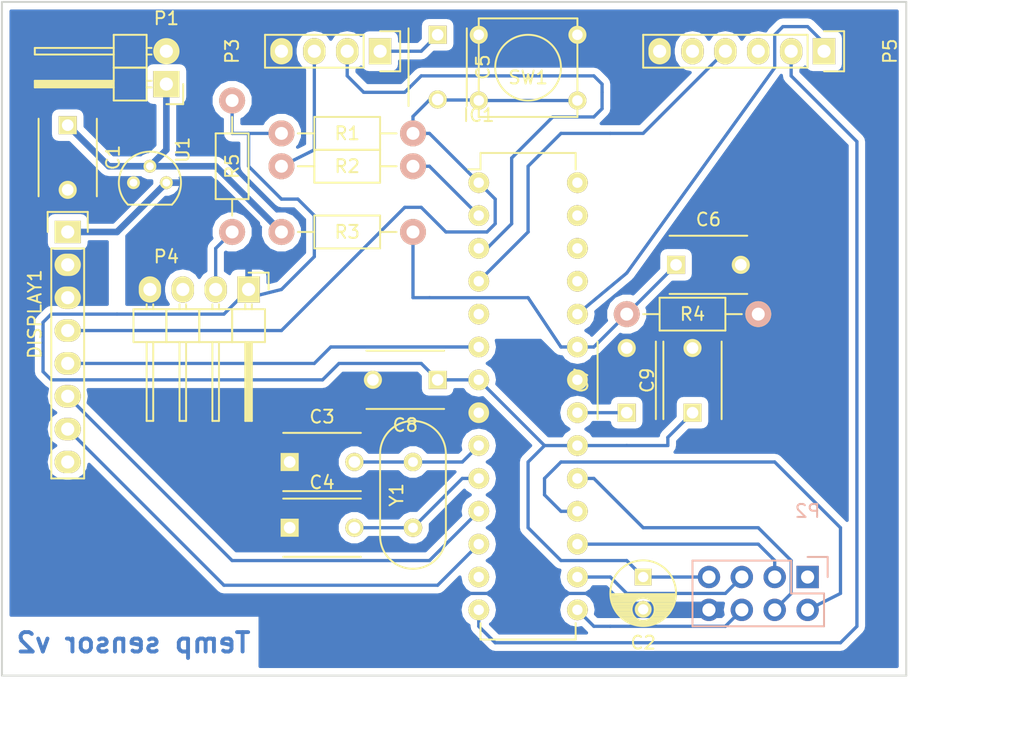
<source format=kicad_pcb>
(kicad_pcb (version 4) (host pcbnew 4.0.1-stable)

  (general
    (links 65)
    (no_connects 4)
    (area 144.704999 90.094999 227.71 148.750001)
    (thickness 1.6)
    (drawings 7)
    (tracks 170)
    (zones 0)
    (modules 24)
    (nets 26)
  )

  (page A4)
  (title_block
    (title MySensor)
  )

  (layers
    (0 F.Cu signal)
    (31 B.Cu signal)
    (33 F.Adhes user)
    (35 F.Paste user)
    (37 F.SilkS user)
    (39 F.Mask user)
    (40 Dwgs.User user)
    (41 Cmts.User user)
    (42 Eco1.User user)
    (43 Eco2.User user)
    (44 Edge.Cuts user)
    (45 Margin user)
    (47 F.CrtYd user)
    (49 F.Fab user)
  )

  (setup
    (last_trace_width 0.508)
    (user_trace_width 0.254)
    (user_trace_width 0.508)
    (user_trace_width 1.016)
    (trace_clearance 0.25)
    (zone_clearance 0.508)
    (zone_45_only no)
    (trace_min 0.2)
    (segment_width 0.2)
    (edge_width 0.15)
    (via_size 1.6)
    (via_drill 0.8)
    (via_min_size 0.4)
    (via_min_drill 0.3)
    (uvia_size 0.3)
    (uvia_drill 0.1)
    (uvias_allowed no)
    (uvia_min_size 0.2)
    (uvia_min_drill 0.1)
    (pcb_text_width 0.3)
    (pcb_text_size 1.5 1.5)
    (mod_edge_width 0.15)
    (mod_text_size 1 1)
    (mod_text_width 0.15)
    (pad_size 1.524 1.524)
    (pad_drill 0.762)
    (pad_to_mask_clearance 0.2)
    (aux_axis_origin 0 0)
    (grid_origin 163.83 112.395)
    (visible_elements 7FFFFFFF)
    (pcbplotparams
      (layerselection 0x00030_80000001)
      (usegerberextensions false)
      (excludeedgelayer true)
      (linewidth 0.100000)
      (plotframeref false)
      (viasonmask false)
      (mode 1)
      (useauxorigin false)
      (hpglpennumber 1)
      (hpglpenspeed 20)
      (hpglpendiameter 15)
      (hpglpenoverlay 2)
      (psnegative false)
      (psa4output false)
      (plotreference true)
      (plotvalue true)
      (plotinvisibletext false)
      (padsonsilk false)
      (subtractmaskfromsilk false)
      (outputformat 1)
      (mirror false)
      (drillshape 1)
      (scaleselection 1)
      (outputdirectory ""))
  )

  (net 0 "")
  (net 1 "Net-(C1-Pad1)")
  (net 2 GND)
  (net 3 +3V3)
  (net 4 "Net-(C3-Pad2)")
  (net 5 "Net-(C4-Pad2)")
  (net 6 /RST)
  (net 7 /RX)
  (net 8 /TX)
  (net 9 "Net-(IC1-Pad13)")
  (net 10 /CE)
  (net 11 /CS)
  (net 12 /MISO)
  (net 13 /SCK)
  (net 14 /D/C)
  (net 15 /DIN)
  (net 16 /SCLK)
  (net 17 "Net-(C7-Pad1)")
  (net 18 "Net-(IC1-Pad2)")
  (net 19 /A0)
  (net 20 /D2)
  (net 21 /D3)
  (net 22 /D8)
  (net 23 /A1)
  (net 24 /MOSI)
  (net 25 /RESET)

  (net_class Default "Toto je výchozí třída sítě."
    (clearance 0.25)
    (trace_width 0.254)
    (via_dia 1.6)
    (via_drill 0.8)
    (uvia_dia 0.3)
    (uvia_drill 0.1)
    (add_net +3V3)
    (add_net /A0)
    (add_net /A1)
    (add_net /CE)
    (add_net /CS)
    (add_net /D/C)
    (add_net /D2)
    (add_net /D3)
    (add_net /D8)
    (add_net /DIN)
    (add_net /MISO)
    (add_net /MOSI)
    (add_net /RESET)
    (add_net /RST)
    (add_net /RX)
    (add_net /SCK)
    (add_net /SCLK)
    (add_net /TX)
    (add_net GND)
    (add_net "Net-(C1-Pad1)")
    (add_net "Net-(C3-Pad2)")
    (add_net "Net-(C4-Pad2)")
    (add_net "Net-(C7-Pad1)")
    (add_net "Net-(IC1-Pad13)")
    (add_net "Net-(IC1-Pad2)")
  )

  (net_class Double ""
    (clearance 0.25)
    (trace_width 0.5)
    (via_dia 1.6)
    (via_drill 0.8)
    (uvia_dia 0.3)
    (uvia_drill 0.1)
  )

  (module Capacitors_ThroughHole:C_Disc_D6_P5 (layer F.Cu) (tedit 0) (tstamp 571BE53A)
    (at 178.435 92.71 270)
    (descr "Capacitor 6mm Disc, Pitch 5mm")
    (tags Capacitor)
    (path /56A2B0DB)
    (fp_text reference C5 (at 2.5 -3.5 270) (layer F.SilkS)
      (effects (font (size 1 1) (thickness 0.15)))
    )
    (fp_text value 100n (at 2.5 3.5 270) (layer F.Fab)
      (effects (font (size 1 1) (thickness 0.15)))
    )
    (fp_line (start -0.95 -2.5) (end 5.95 -2.5) (layer F.CrtYd) (width 0.05))
    (fp_line (start 5.95 -2.5) (end 5.95 2.5) (layer F.CrtYd) (width 0.05))
    (fp_line (start 5.95 2.5) (end -0.95 2.5) (layer F.CrtYd) (width 0.05))
    (fp_line (start -0.95 2.5) (end -0.95 -2.5) (layer F.CrtYd) (width 0.05))
    (fp_line (start -0.5 -2.25) (end 5.5 -2.25) (layer F.SilkS) (width 0.15))
    (fp_line (start 5.5 2.25) (end -0.5 2.25) (layer F.SilkS) (width 0.15))
    (pad 1 thru_hole rect (at 0 0 270) (size 1.4 1.4) (drill 0.9) (layers *.Cu *.Mask F.SilkS)
      (net 25 /RESET))
    (pad 2 thru_hole circle (at 5 0 270) (size 1.4 1.4) (drill 0.9) (layers *.Cu *.Mask F.SilkS)
      (net 6 /RST))
    (model Capacitors_ThroughHole.3dshapes/C_Disc_D6_P5.wrl
      (at (xyz 0.0984252 0 0))
      (scale (xyz 1 1 1))
      (rotate (xyz 0 0 0))
    )
  )

  (module Capacitors_ThroughHole:C_Disc_D6_P5 (layer F.Cu) (tedit 0) (tstamp 571BE545)
    (at 196.85 110.49)
    (descr "Capacitor 6mm Disc, Pitch 5mm")
    (tags Capacitor)
    (path /56A5C34E)
    (fp_text reference C6 (at 2.5 -3.5) (layer F.SilkS)
      (effects (font (size 1 1) (thickness 0.15)))
    )
    (fp_text value 100n (at 2.5 3.5) (layer F.Fab)
      (effects (font (size 1 1) (thickness 0.15)))
    )
    (fp_line (start -0.95 -2.5) (end 5.95 -2.5) (layer F.CrtYd) (width 0.05))
    (fp_line (start 5.95 -2.5) (end 5.95 2.5) (layer F.CrtYd) (width 0.05))
    (fp_line (start 5.95 2.5) (end -0.95 2.5) (layer F.CrtYd) (width 0.05))
    (fp_line (start -0.95 2.5) (end -0.95 -2.5) (layer F.CrtYd) (width 0.05))
    (fp_line (start -0.5 -2.25) (end 5.5 -2.25) (layer F.SilkS) (width 0.15))
    (fp_line (start 5.5 2.25) (end -0.5 2.25) (layer F.SilkS) (width 0.15))
    (pad 1 thru_hole rect (at 0 0) (size 1.4 1.4) (drill 0.9) (layers *.Cu *.Mask F.SilkS)
      (net 19 /A0))
    (pad 2 thru_hole circle (at 5 0) (size 1.4 1.4) (drill 0.9) (layers *.Cu *.Mask F.SilkS)
      (net 2 GND))
    (model Capacitors_ThroughHole.3dshapes/C_Disc_D6_P5.wrl
      (at (xyz 0.0984252 0 0))
      (scale (xyz 1 1 1))
      (rotate (xyz 0 0 0))
    )
  )

  (module Pin_Headers:Pin_Header_Angled_1x02 (layer F.Cu) (tedit 56A7DBF2) (tstamp 56A66ED6)
    (at 157.48 96.52 180)
    (descr "Through hole pin header")
    (tags "pin header")
    (path /56A2A179)
    (fp_text reference P1 (at 0 5.08 180) (layer F.SilkS)
      (effects (font (size 1 1) (thickness 0.15)))
    )
    (fp_text value Batt (at 7.62 5.08 180) (layer F.Fab)
      (effects (font (size 1 1) (thickness 0.15)))
    )
    (fp_line (start -1.5 -1.75) (end -1.5 4.3) (layer F.CrtYd) (width 0.05))
    (fp_line (start 10.65 -1.75) (end 10.65 4.3) (layer F.CrtYd) (width 0.05))
    (fp_line (start -1.5 -1.75) (end 10.65 -1.75) (layer F.CrtYd) (width 0.05))
    (fp_line (start -1.5 4.3) (end 10.65 4.3) (layer F.CrtYd) (width 0.05))
    (fp_line (start -1.3 -1.55) (end -1.3 0) (layer F.SilkS) (width 0.15))
    (fp_line (start 0 -1.55) (end -1.3 -1.55) (layer F.SilkS) (width 0.15))
    (fp_line (start 4.191 -0.127) (end 10.033 -0.127) (layer F.SilkS) (width 0.15))
    (fp_line (start 10.033 -0.127) (end 10.033 0.127) (layer F.SilkS) (width 0.15))
    (fp_line (start 10.033 0.127) (end 4.191 0.127) (layer F.SilkS) (width 0.15))
    (fp_line (start 4.191 0.127) (end 4.191 0) (layer F.SilkS) (width 0.15))
    (fp_line (start 4.191 0) (end 10.033 0) (layer F.SilkS) (width 0.15))
    (fp_line (start 1.524 -0.254) (end 1.143 -0.254) (layer F.SilkS) (width 0.15))
    (fp_line (start 1.524 0.254) (end 1.143 0.254) (layer F.SilkS) (width 0.15))
    (fp_line (start 1.524 2.286) (end 1.143 2.286) (layer F.SilkS) (width 0.15))
    (fp_line (start 1.524 2.794) (end 1.143 2.794) (layer F.SilkS) (width 0.15))
    (fp_line (start 1.524 -1.27) (end 4.064 -1.27) (layer F.SilkS) (width 0.15))
    (fp_line (start 1.524 1.27) (end 4.064 1.27) (layer F.SilkS) (width 0.15))
    (fp_line (start 1.524 1.27) (end 1.524 3.81) (layer F.SilkS) (width 0.15))
    (fp_line (start 1.524 3.81) (end 4.064 3.81) (layer F.SilkS) (width 0.15))
    (fp_line (start 4.064 2.286) (end 10.16 2.286) (layer F.SilkS) (width 0.15))
    (fp_line (start 10.16 2.286) (end 10.16 2.794) (layer F.SilkS) (width 0.15))
    (fp_line (start 10.16 2.794) (end 4.064 2.794) (layer F.SilkS) (width 0.15))
    (fp_line (start 4.064 3.81) (end 4.064 1.27) (layer F.SilkS) (width 0.15))
    (fp_line (start 4.064 1.27) (end 4.064 -1.27) (layer F.SilkS) (width 0.15))
    (fp_line (start 10.16 0.254) (end 4.064 0.254) (layer F.SilkS) (width 0.15))
    (fp_line (start 10.16 -0.254) (end 10.16 0.254) (layer F.SilkS) (width 0.15))
    (fp_line (start 4.064 -0.254) (end 10.16 -0.254) (layer F.SilkS) (width 0.15))
    (fp_line (start 1.524 1.27) (end 4.064 1.27) (layer F.SilkS) (width 0.15))
    (fp_line (start 1.524 -1.27) (end 1.524 1.27) (layer F.SilkS) (width 0.15))
    (pad 1 thru_hole rect (at 0 0 180) (size 2.032 2.032) (drill 1.016) (layers *.Cu *.Mask F.SilkS)
      (net 1 "Net-(C1-Pad1)"))
    (pad 2 thru_hole oval (at 0 2.54 180) (size 2.032 2.032) (drill 1.016) (layers *.Cu *.Mask F.SilkS)
      (net 2 GND))
    (model Pin_Headers.3dshapes/Pin_Header_Angled_1x02.wrl
      (at (xyz 0 -0.05 0))
      (scale (xyz 1 1 1))
      (rotate (xyz 0 0 90))
    )
  )

  (module Capacitors_ThroughHole:C_Radial_D5_L6_P2.5 (layer F.Cu) (tedit 56A7DC16) (tstamp 56A66E7A)
    (at 194.31 134.62 270)
    (descr "Radial Electrolytic Capacitor Diameter 5mm x Length 6mm, Pitch 2.5mm")
    (tags "Electrolytic Capacitor")
    (path /56A29903)
    (fp_text reference C2 (at 5.08 0 360) (layer F.SilkS)
      (effects (font (size 1 1) (thickness 0.15)))
    )
    (fp_text value 10u (at -2.54 -1.27 360) (layer F.Fab)
      (effects (font (size 1 1) (thickness 0.15)))
    )
    (fp_line (start 1.325 -2.499) (end 1.325 2.499) (layer F.SilkS) (width 0.15))
    (fp_line (start 1.465 -2.491) (end 1.465 2.491) (layer F.SilkS) (width 0.15))
    (fp_line (start 1.605 -2.475) (end 1.605 -0.095) (layer F.SilkS) (width 0.15))
    (fp_line (start 1.605 0.095) (end 1.605 2.475) (layer F.SilkS) (width 0.15))
    (fp_line (start 1.745 -2.451) (end 1.745 -0.49) (layer F.SilkS) (width 0.15))
    (fp_line (start 1.745 0.49) (end 1.745 2.451) (layer F.SilkS) (width 0.15))
    (fp_line (start 1.885 -2.418) (end 1.885 -0.657) (layer F.SilkS) (width 0.15))
    (fp_line (start 1.885 0.657) (end 1.885 2.418) (layer F.SilkS) (width 0.15))
    (fp_line (start 2.025 -2.377) (end 2.025 -0.764) (layer F.SilkS) (width 0.15))
    (fp_line (start 2.025 0.764) (end 2.025 2.377) (layer F.SilkS) (width 0.15))
    (fp_line (start 2.165 -2.327) (end 2.165 -0.835) (layer F.SilkS) (width 0.15))
    (fp_line (start 2.165 0.835) (end 2.165 2.327) (layer F.SilkS) (width 0.15))
    (fp_line (start 2.305 -2.266) (end 2.305 -0.879) (layer F.SilkS) (width 0.15))
    (fp_line (start 2.305 0.879) (end 2.305 2.266) (layer F.SilkS) (width 0.15))
    (fp_line (start 2.445 -2.196) (end 2.445 -0.898) (layer F.SilkS) (width 0.15))
    (fp_line (start 2.445 0.898) (end 2.445 2.196) (layer F.SilkS) (width 0.15))
    (fp_line (start 2.585 -2.114) (end 2.585 -0.896) (layer F.SilkS) (width 0.15))
    (fp_line (start 2.585 0.896) (end 2.585 2.114) (layer F.SilkS) (width 0.15))
    (fp_line (start 2.725 -2.019) (end 2.725 -0.871) (layer F.SilkS) (width 0.15))
    (fp_line (start 2.725 0.871) (end 2.725 2.019) (layer F.SilkS) (width 0.15))
    (fp_line (start 2.865 -1.908) (end 2.865 -0.823) (layer F.SilkS) (width 0.15))
    (fp_line (start 2.865 0.823) (end 2.865 1.908) (layer F.SilkS) (width 0.15))
    (fp_line (start 3.005 -1.78) (end 3.005 -0.745) (layer F.SilkS) (width 0.15))
    (fp_line (start 3.005 0.745) (end 3.005 1.78) (layer F.SilkS) (width 0.15))
    (fp_line (start 3.145 -1.631) (end 3.145 -0.628) (layer F.SilkS) (width 0.15))
    (fp_line (start 3.145 0.628) (end 3.145 1.631) (layer F.SilkS) (width 0.15))
    (fp_line (start 3.285 -1.452) (end 3.285 -0.44) (layer F.SilkS) (width 0.15))
    (fp_line (start 3.285 0.44) (end 3.285 1.452) (layer F.SilkS) (width 0.15))
    (fp_line (start 3.425 -1.233) (end 3.425 1.233) (layer F.SilkS) (width 0.15))
    (fp_line (start 3.565 -0.944) (end 3.565 0.944) (layer F.SilkS) (width 0.15))
    (fp_line (start 3.705 -0.472) (end 3.705 0.472) (layer F.SilkS) (width 0.15))
    (fp_circle (center 2.5 0) (end 2.5 -0.9) (layer F.SilkS) (width 0.15))
    (fp_circle (center 1.25 0) (end 1.25 -2.5375) (layer F.SilkS) (width 0.15))
    (fp_circle (center 1.25 0) (end 1.25 -2.8) (layer F.CrtYd) (width 0.05))
    (pad 1 thru_hole rect (at 0 0 270) (size 1.3 1.3) (drill 0.8) (layers *.Cu *.Mask F.SilkS)
      (net 3 +3V3))
    (pad 2 thru_hole circle (at 2.5 0 270) (size 1.3 1.3) (drill 0.8) (layers *.Cu *.Mask F.SilkS)
      (net 2 GND))
    (model Capacitors_ThroughHole.3dshapes/C_Radial_D5_L6_P2.5.wrl
      (at (xyz 0.0492126 0 0))
      (scale (xyz 1 1 1))
      (rotate (xyz 0 0 90))
    )
  )

  (module Socket_Strips:Socket_Strip_Straight_1x08 (layer F.Cu) (tedit 56A761A3) (tstamp 56A66EB0)
    (at 149.86 107.95 270)
    (descr "Through hole socket strip")
    (tags "socket strip")
    (path /56A3F952)
    (fp_text reference DISPLAY1 (at 6.35 2.54 270) (layer F.SilkS)
      (effects (font (size 1 1) (thickness 0.15)))
    )
    (fp_text value PCD8544 (at 5.08 -2.54 270) (layer F.Fab)
      (effects (font (size 1 1) (thickness 0.15)))
    )
    (fp_line (start -1.75 -1.75) (end -1.75 1.75) (layer F.CrtYd) (width 0.05))
    (fp_line (start 19.55 -1.75) (end 19.55 1.75) (layer F.CrtYd) (width 0.05))
    (fp_line (start -1.75 -1.75) (end 19.55 -1.75) (layer F.CrtYd) (width 0.05))
    (fp_line (start -1.75 1.75) (end 19.55 1.75) (layer F.CrtYd) (width 0.05))
    (fp_line (start 1.27 1.27) (end 19.05 1.27) (layer F.SilkS) (width 0.15))
    (fp_line (start 19.05 1.27) (end 19.05 -1.27) (layer F.SilkS) (width 0.15))
    (fp_line (start 19.05 -1.27) (end 1.27 -1.27) (layer F.SilkS) (width 0.15))
    (fp_line (start -1.55 1.55) (end 0 1.55) (layer F.SilkS) (width 0.15))
    (fp_line (start 1.27 1.27) (end 1.27 -1.27) (layer F.SilkS) (width 0.15))
    (fp_line (start 0 -1.55) (end -1.55 -1.55) (layer F.SilkS) (width 0.15))
    (fp_line (start -1.55 -1.55) (end -1.55 1.55) (layer F.SilkS) (width 0.15))
    (pad 1 thru_hole rect (at 0 0 270) (size 1.7272 2.032) (drill 1.016) (layers *.Cu *.Mask F.SilkS)
      (net 3 +3V3))
    (pad 2 thru_hole oval (at 2.54 0 270) (size 1.7272 2.032) (drill 1.016) (layers *.Cu *.Mask F.SilkS)
      (net 2 GND))
    (pad 3 thru_hole oval (at 5.08 0 270) (size 1.7272 2.032) (drill 1.016) (layers *.Cu *.Mask F.SilkS)
      (net 2 GND))
    (pad 4 thru_hole oval (at 7.62 0 270) (size 1.7272 2.032) (drill 1.016) (layers *.Cu *.Mask F.SilkS)
      (net 6 /RST))
    (pad 5 thru_hole oval (at 10.16 0 270) (size 1.7272 2.032) (drill 1.016) (layers *.Cu *.Mask F.SilkS)
      (net 14 /D/C))
    (pad 6 thru_hole oval (at 12.7 0 270) (size 1.7272 2.032) (drill 1.016) (layers *.Cu *.Mask F.SilkS)
      (net 15 /DIN))
    (pad 7 thru_hole oval (at 15.24 0 270) (size 1.7272 2.032) (drill 1.016) (layers *.Cu *.Mask F.SilkS)
      (net 16 /SCLK))
    (pad 8 thru_hole oval (at 17.78 0 270) (size 1.7272 2.032) (drill 1.016) (layers *.Cu *.Mask F.SilkS))
    (model Socket_Strips.3dshapes/Socket_Strip_Straight_1x08.wrl
      (at (xyz 0.35 0 0))
      (scale (xyz 1 1 1))
      (rotate (xyz 0 0 180))
    )
  )

  (module Housings_DIP:DIP-28_W7.62mm (layer F.Cu) (tedit 56A76093) (tstamp 56A66ED0)
    (at 181.61 104.14)
    (descr "28-lead dip package, row spacing 7.62 mm (300 mils)")
    (tags "dil dip 2.54 300")
    (path /56A2924F)
    (fp_text reference IC1 (at 0 -5.22) (layer F.SilkS)
      (effects (font (size 1 1) (thickness 0.15)))
    )
    (fp_text value ATMEGA328P-P (at 3.81 27.94 90) (layer F.Fab)
      (effects (font (size 1 1) (thickness 0.15)))
    )
    (fp_line (start -1.05 -2.45) (end -1.05 35.5) (layer F.CrtYd) (width 0.05))
    (fp_line (start 8.65 -2.45) (end 8.65 35.5) (layer F.CrtYd) (width 0.05))
    (fp_line (start -1.05 -2.45) (end 8.65 -2.45) (layer F.CrtYd) (width 0.05))
    (fp_line (start -1.05 35.5) (end 8.65 35.5) (layer F.CrtYd) (width 0.05))
    (fp_line (start 0.135 -2.295) (end 0.135 -1.025) (layer F.SilkS) (width 0.15))
    (fp_line (start 7.485 -2.295) (end 7.485 -1.025) (layer F.SilkS) (width 0.15))
    (fp_line (start 7.485 35.315) (end 7.485 34.045) (layer F.SilkS) (width 0.15))
    (fp_line (start 0.135 35.315) (end 0.135 34.045) (layer F.SilkS) (width 0.15))
    (fp_line (start 0.135 -2.295) (end 7.485 -2.295) (layer F.SilkS) (width 0.15))
    (fp_line (start 0.135 35.315) (end 7.485 35.315) (layer F.SilkS) (width 0.15))
    (fp_line (start 0.135 -1.025) (end -0.8 -1.025) (layer F.SilkS) (width 0.15))
    (pad 1 thru_hole oval (at 0 0) (size 1.6 1.6) (drill 0.8) (layers *.Cu *.Mask F.SilkS)
      (net 6 /RST))
    (pad 2 thru_hole oval (at 0 2.54) (size 1.6 1.6) (drill 0.8) (layers *.Cu *.Mask F.SilkS)
      (net 18 "Net-(IC1-Pad2)"))
    (pad 3 thru_hole oval (at 0 5.08) (size 1.6 1.6) (drill 0.8) (layers *.Cu *.Mask F.SilkS)
      (net 7 /RX))
    (pad 4 thru_hole oval (at 0 7.62) (size 1.6 1.6) (drill 0.8) (layers *.Cu *.Mask F.SilkS)
      (net 20 /D2))
    (pad 5 thru_hole oval (at 0 10.16) (size 1.6 1.6) (drill 0.8) (layers *.Cu *.Mask F.SilkS)
      (net 21 /D3))
    (pad 6 thru_hole oval (at 0 12.7) (size 1.6 1.6) (drill 0.8) (layers *.Cu *.Mask F.SilkS)
      (net 14 /D/C))
    (pad 7 thru_hole oval (at 0 15.24) (size 1.6 1.6) (drill 0.8) (layers *.Cu *.Mask F.SilkS)
      (net 3 +3V3))
    (pad 8 thru_hole oval (at 0 17.78) (size 1.6 1.6) (drill 0.8) (layers *.Cu *.Mask F.SilkS)
      (net 2 GND))
    (pad 9 thru_hole oval (at 0 20.32) (size 1.6 1.6) (drill 0.8) (layers *.Cu *.Mask F.SilkS)
      (net 4 "Net-(C3-Pad2)"))
    (pad 10 thru_hole oval (at 0 22.86) (size 1.6 1.6) (drill 0.8) (layers *.Cu *.Mask F.SilkS)
      (net 5 "Net-(C4-Pad2)"))
    (pad 11 thru_hole oval (at 0 25.4) (size 1.6 1.6) (drill 0.8) (layers *.Cu *.Mask F.SilkS)
      (net 15 /DIN))
    (pad 12 thru_hole oval (at 0 27.94) (size 1.6 1.6) (drill 0.8) (layers *.Cu *.Mask F.SilkS)
      (net 16 /SCLK))
    (pad 13 thru_hole oval (at 0 30.48) (size 1.6 1.6) (drill 0.8) (layers *.Cu *.Mask F.SilkS)
      (net 9 "Net-(IC1-Pad13)"))
    (pad 14 thru_hole oval (at 0 33.02) (size 1.6 1.6) (drill 0.8) (layers *.Cu *.Mask F.SilkS)
      (net 22 /D8))
    (pad 15 thru_hole oval (at 7.62 33.02) (size 1.6 1.6) (drill 0.8) (layers *.Cu *.Mask F.SilkS)
      (net 10 /CE))
    (pad 16 thru_hole oval (at 7.62 30.48) (size 1.6 1.6) (drill 0.8) (layers *.Cu *.Mask F.SilkS)
      (net 11 /CS))
    (pad 17 thru_hole oval (at 7.62 27.94) (size 1.6 1.6) (drill 0.8) (layers *.Cu *.Mask F.SilkS)
      (net 24 /MOSI))
    (pad 18 thru_hole oval (at 7.62 25.4) (size 1.6 1.6) (drill 0.8) (layers *.Cu *.Mask F.SilkS)
      (net 12 /MISO))
    (pad 19 thru_hole oval (at 7.62 22.86) (size 1.6 1.6) (drill 0.8) (layers *.Cu *.Mask F.SilkS)
      (net 13 /SCK))
    (pad 20 thru_hole oval (at 7.62 20.32) (size 1.6 1.6) (drill 0.8) (layers *.Cu *.Mask F.SilkS)
      (net 3 +3V3))
    (pad 21 thru_hole oval (at 7.62 17.78) (size 1.6 1.6) (drill 0.8) (layers *.Cu *.Mask F.SilkS)
      (net 17 "Net-(C7-Pad1)"))
    (pad 22 thru_hole oval (at 7.62 15.24) (size 1.6 1.6) (drill 0.8) (layers *.Cu *.Mask F.SilkS)
      (net 2 GND))
    (pad 23 thru_hole oval (at 7.62 12.7) (size 1.6 1.6) (drill 0.8) (layers *.Cu *.Mask F.SilkS)
      (net 19 /A0))
    (pad 24 thru_hole oval (at 7.62 10.16) (size 1.6 1.6) (drill 0.8) (layers *.Cu *.Mask F.SilkS)
      (net 23 /A1))
    (pad 25 thru_hole oval (at 7.62 7.62) (size 1.6 1.6) (drill 0.8) (layers *.Cu *.Mask F.SilkS))
    (pad 26 thru_hole oval (at 7.62 5.08) (size 1.6 1.6) (drill 0.8) (layers *.Cu *.Mask F.SilkS))
    (pad 27 thru_hole oval (at 7.62 2.54) (size 1.6 1.6) (drill 0.8) (layers *.Cu *.Mask F.SilkS))
    (pad 28 thru_hole oval (at 7.62 0) (size 1.6 1.6) (drill 0.8) (layers *.Cu *.Mask F.SilkS))
    (model Housings_DIP.3dshapes/DIP-28_W7.62mm.wrl
      (at (xyz 0 0 0))
      (scale (xyz 1 1 1))
      (rotate (xyz 0 0 0))
    )
  )

  (module Pin_Headers:Pin_Header_Straight_1x04 (layer F.Cu) (tedit 56A77FBE) (tstamp 56A66EEA)
    (at 173.99 93.98 270)
    (descr "Through hole pin header")
    (tags "pin header")
    (path /56A2B092)
    (fp_text reference P3 (at 0 11.43 270) (layer F.SilkS)
      (effects (font (size 1 1) (thickness 0.15)))
    )
    (fp_text value FTDI (at 0 10.16 270) (layer F.Fab)
      (effects (font (size 1 1) (thickness 0.15)))
    )
    (fp_line (start -1.75 -1.75) (end -1.75 9.4) (layer F.CrtYd) (width 0.05))
    (fp_line (start 1.75 -1.75) (end 1.75 9.4) (layer F.CrtYd) (width 0.05))
    (fp_line (start -1.75 -1.75) (end 1.75 -1.75) (layer F.CrtYd) (width 0.05))
    (fp_line (start -1.75 9.4) (end 1.75 9.4) (layer F.CrtYd) (width 0.05))
    (fp_line (start -1.27 1.27) (end -1.27 8.89) (layer F.SilkS) (width 0.15))
    (fp_line (start 1.27 1.27) (end 1.27 8.89) (layer F.SilkS) (width 0.15))
    (fp_line (start 1.55 -1.55) (end 1.55 0) (layer F.SilkS) (width 0.15))
    (fp_line (start -1.27 8.89) (end 1.27 8.89) (layer F.SilkS) (width 0.15))
    (fp_line (start 1.27 1.27) (end -1.27 1.27) (layer F.SilkS) (width 0.15))
    (fp_line (start -1.55 0) (end -1.55 -1.55) (layer F.SilkS) (width 0.15))
    (fp_line (start -1.55 -1.55) (end 1.55 -1.55) (layer F.SilkS) (width 0.15))
    (pad 1 thru_hole rect (at 0 0 270) (size 2.032 1.7272) (drill 1.016) (layers *.Cu *.Mask F.SilkS)
      (net 25 /RESET))
    (pad 2 thru_hole oval (at 0 2.54 270) (size 2.032 1.7272) (drill 1.016) (layers *.Cu *.Mask F.SilkS)
      (net 7 /RX))
    (pad 3 thru_hole oval (at 0 5.08 270) (size 2.032 1.7272) (drill 1.016) (layers *.Cu *.Mask F.SilkS)
      (net 8 /TX))
    (pad 4 thru_hole oval (at 0 7.62 270) (size 2.032 1.7272) (drill 1.016) (layers *.Cu *.Mask F.SilkS)
      (net 2 GND))
    (model Pin_Headers.3dshapes/Pin_Header_Straight_1x04.wrl
      (at (xyz 0 -0.15 0))
      (scale (xyz 1 1 1))
      (rotate (xyz 0 0 90))
    )
  )

  (module Pin_Headers:Pin_Header_Angled_1x04 (layer F.Cu) (tedit 56A761B3) (tstamp 56A66EF2)
    (at 163.83 112.395 270)
    (descr "Through hole pin header")
    (tags "pin header")
    (path /56A66C8A)
    (fp_text reference P4 (at -2.54 6.35 360) (layer F.SilkS)
      (effects (font (size 1 1) (thickness 0.15)))
    )
    (fp_text value DHT22 (at 11.43 3.81 360) (layer F.Fab)
      (effects (font (size 1 1) (thickness 0.15)))
    )
    (fp_line (start -1.5 -1.75) (end -1.5 9.4) (layer F.CrtYd) (width 0.05))
    (fp_line (start 10.65 -1.75) (end 10.65 9.4) (layer F.CrtYd) (width 0.05))
    (fp_line (start -1.5 -1.75) (end 10.65 -1.75) (layer F.CrtYd) (width 0.05))
    (fp_line (start -1.5 9.4) (end 10.65 9.4) (layer F.CrtYd) (width 0.05))
    (fp_line (start -1.3 -1.55) (end -1.3 0) (layer F.SilkS) (width 0.15))
    (fp_line (start 0 -1.55) (end -1.3 -1.55) (layer F.SilkS) (width 0.15))
    (fp_line (start 4.191 -0.127) (end 10.033 -0.127) (layer F.SilkS) (width 0.15))
    (fp_line (start 10.033 -0.127) (end 10.033 0.127) (layer F.SilkS) (width 0.15))
    (fp_line (start 10.033 0.127) (end 4.191 0.127) (layer F.SilkS) (width 0.15))
    (fp_line (start 4.191 0.127) (end 4.191 0) (layer F.SilkS) (width 0.15))
    (fp_line (start 4.191 0) (end 10.033 0) (layer F.SilkS) (width 0.15))
    (fp_line (start 1.524 -0.254) (end 1.143 -0.254) (layer F.SilkS) (width 0.15))
    (fp_line (start 1.524 0.254) (end 1.143 0.254) (layer F.SilkS) (width 0.15))
    (fp_line (start 1.524 2.286) (end 1.143 2.286) (layer F.SilkS) (width 0.15))
    (fp_line (start 1.524 2.794) (end 1.143 2.794) (layer F.SilkS) (width 0.15))
    (fp_line (start 1.524 4.826) (end 1.143 4.826) (layer F.SilkS) (width 0.15))
    (fp_line (start 1.524 5.334) (end 1.143 5.334) (layer F.SilkS) (width 0.15))
    (fp_line (start 1.524 7.874) (end 1.143 7.874) (layer F.SilkS) (width 0.15))
    (fp_line (start 1.524 7.366) (end 1.143 7.366) (layer F.SilkS) (width 0.15))
    (fp_line (start 1.524 -1.27) (end 4.064 -1.27) (layer F.SilkS) (width 0.15))
    (fp_line (start 1.524 1.27) (end 4.064 1.27) (layer F.SilkS) (width 0.15))
    (fp_line (start 1.524 1.27) (end 1.524 3.81) (layer F.SilkS) (width 0.15))
    (fp_line (start 1.524 3.81) (end 4.064 3.81) (layer F.SilkS) (width 0.15))
    (fp_line (start 4.064 2.286) (end 10.16 2.286) (layer F.SilkS) (width 0.15))
    (fp_line (start 10.16 2.286) (end 10.16 2.794) (layer F.SilkS) (width 0.15))
    (fp_line (start 10.16 2.794) (end 4.064 2.794) (layer F.SilkS) (width 0.15))
    (fp_line (start 4.064 3.81) (end 4.064 1.27) (layer F.SilkS) (width 0.15))
    (fp_line (start 4.064 1.27) (end 4.064 -1.27) (layer F.SilkS) (width 0.15))
    (fp_line (start 10.16 0.254) (end 4.064 0.254) (layer F.SilkS) (width 0.15))
    (fp_line (start 10.16 -0.254) (end 10.16 0.254) (layer F.SilkS) (width 0.15))
    (fp_line (start 4.064 -0.254) (end 10.16 -0.254) (layer F.SilkS) (width 0.15))
    (fp_line (start 1.524 1.27) (end 4.064 1.27) (layer F.SilkS) (width 0.15))
    (fp_line (start 1.524 -1.27) (end 1.524 1.27) (layer F.SilkS) (width 0.15))
    (fp_line (start 1.524 6.35) (end 4.064 6.35) (layer F.SilkS) (width 0.15))
    (fp_line (start 1.524 6.35) (end 1.524 8.89) (layer F.SilkS) (width 0.15))
    (fp_line (start 1.524 8.89) (end 4.064 8.89) (layer F.SilkS) (width 0.15))
    (fp_line (start 4.064 7.366) (end 10.16 7.366) (layer F.SilkS) (width 0.15))
    (fp_line (start 10.16 7.366) (end 10.16 7.874) (layer F.SilkS) (width 0.15))
    (fp_line (start 10.16 7.874) (end 4.064 7.874) (layer F.SilkS) (width 0.15))
    (fp_line (start 4.064 8.89) (end 4.064 6.35) (layer F.SilkS) (width 0.15))
    (fp_line (start 4.064 6.35) (end 4.064 3.81) (layer F.SilkS) (width 0.15))
    (fp_line (start 10.16 5.334) (end 4.064 5.334) (layer F.SilkS) (width 0.15))
    (fp_line (start 10.16 4.826) (end 10.16 5.334) (layer F.SilkS) (width 0.15))
    (fp_line (start 4.064 4.826) (end 10.16 4.826) (layer F.SilkS) (width 0.15))
    (fp_line (start 1.524 6.35) (end 4.064 6.35) (layer F.SilkS) (width 0.15))
    (fp_line (start 1.524 3.81) (end 1.524 6.35) (layer F.SilkS) (width 0.15))
    (fp_line (start 1.524 3.81) (end 4.064 3.81) (layer F.SilkS) (width 0.15))
    (pad 1 thru_hole rect (at 0 0 270) (size 2.032 1.7272) (drill 1.016) (layers *.Cu *.Mask F.SilkS)
      (net 3 +3V3))
    (pad 2 thru_hole oval (at 0 2.54 270) (size 2.032 1.7272) (drill 1.016) (layers *.Cu *.Mask F.SilkS)
      (net 9 "Net-(IC1-Pad13)"))
    (pad 3 thru_hole oval (at 0 5.08 270) (size 2.032 1.7272) (drill 1.016) (layers *.Cu *.Mask F.SilkS))
    (pad 4 thru_hole oval (at 0 7.62 270) (size 2.032 1.7272) (drill 1.016) (layers *.Cu *.Mask F.SilkS)
      (net 2 GND))
    (model Pin_Headers.3dshapes/Pin_Header_Angled_1x04.wrl
      (at (xyz 0 -0.15 0))
      (scale (xyz 1 1 1))
      (rotate (xyz 0 0 90))
    )
  )

  (module Resistors_ThroughHole:Resistor_Horizontal_RM10mm (layer F.Cu) (tedit 56A76086) (tstamp 56A66EF8)
    (at 171.45 100.33)
    (descr "Resistor, Axial,  RM 10mm, 1/3W,")
    (tags "Resistor, Axial, RM 10mm, 1/3W,")
    (path /56A292C1)
    (fp_text reference R1 (at 0 0) (layer F.SilkS)
      (effects (font (size 1 1) (thickness 0.15)))
    )
    (fp_text value 10k (at 0 2.54) (layer F.Fab)
      (effects (font (size 1 1) (thickness 0.15)))
    )
    (fp_line (start -2.54 -1.27) (end 2.54 -1.27) (layer F.SilkS) (width 0.15))
    (fp_line (start 2.54 -1.27) (end 2.54 1.27) (layer F.SilkS) (width 0.15))
    (fp_line (start 2.54 1.27) (end -2.54 1.27) (layer F.SilkS) (width 0.15))
    (fp_line (start -2.54 1.27) (end -2.54 -1.27) (layer F.SilkS) (width 0.15))
    (fp_line (start -2.54 0) (end -3.81 0) (layer F.SilkS) (width 0.15))
    (fp_line (start 2.54 0) (end 3.81 0) (layer F.SilkS) (width 0.15))
    (pad 1 thru_hole circle (at -5.08 0) (size 1.99898 1.99898) (drill 1.00076) (layers *.Cu *.SilkS *.Mask)
      (net 3 +3V3))
    (pad 2 thru_hole circle (at 5.08 0) (size 1.99898 1.99898) (drill 1.00076) (layers *.Cu *.SilkS *.Mask)
      (net 6 /RST))
    (model Resistors_ThroughHole.3dshapes/Resistor_Horizontal_RM10mm.wrl
      (at (xyz 0 0 0))
      (scale (xyz 0.4 0.4 0.4))
      (rotate (xyz 0 0 0))
    )
  )

  (module Resistors_ThroughHole:Resistor_Horizontal_RM10mm (layer F.Cu) (tedit 56A76082) (tstamp 56A66EFE)
    (at 171.45 102.87)
    (descr "Resistor, Axial,  RM 10mm, 1/3W,")
    (tags "Resistor, Axial, RM 10mm, 1/3W,")
    (path /56A5CFAB)
    (fp_text reference R2 (at 0 0) (layer F.SilkS)
      (effects (font (size 1 1) (thickness 0.15)))
    )
    (fp_text value 10k (at 0 2.54) (layer F.Fab)
      (effects (font (size 1 1) (thickness 0.15)))
    )
    (fp_line (start -2.54 -1.27) (end 2.54 -1.27) (layer F.SilkS) (width 0.15))
    (fp_line (start 2.54 -1.27) (end 2.54 1.27) (layer F.SilkS) (width 0.15))
    (fp_line (start 2.54 1.27) (end -2.54 1.27) (layer F.SilkS) (width 0.15))
    (fp_line (start -2.54 1.27) (end -2.54 -1.27) (layer F.SilkS) (width 0.15))
    (fp_line (start -2.54 0) (end -3.81 0) (layer F.SilkS) (width 0.15))
    (fp_line (start 2.54 0) (end 3.81 0) (layer F.SilkS) (width 0.15))
    (pad 1 thru_hole circle (at -5.08 0) (size 1.99898 1.99898) (drill 1.00076) (layers *.Cu *.SilkS *.Mask)
      (net 8 /TX))
    (pad 2 thru_hole circle (at 5.08 0) (size 1.99898 1.99898) (drill 1.00076) (layers *.Cu *.SilkS *.Mask)
      (net 18 "Net-(IC1-Pad2)"))
    (model Resistors_ThroughHole.3dshapes/Resistor_Horizontal_RM10mm.wrl
      (at (xyz 0 0 0))
      (scale (xyz 0.4 0.4 0.4))
      (rotate (xyz 0 0 0))
    )
  )

  (module Resistors_ThroughHole:Resistor_Horizontal_RM10mm (layer F.Cu) (tedit 56A76185) (tstamp 56A66F04)
    (at 171.45 107.95)
    (descr "Resistor, Axial,  RM 10mm, 1/3W,")
    (tags "Resistor, Axial, RM 10mm, 1/3W,")
    (path /56A5C113)
    (fp_text reference R3 (at 0 0) (layer F.SilkS)
      (effects (font (size 1 1) (thickness 0.15)))
    )
    (fp_text value 1M (at 0 2.54) (layer F.Fab)
      (effects (font (size 1 1) (thickness 0.15)))
    )
    (fp_line (start -2.54 -1.27) (end 2.54 -1.27) (layer F.SilkS) (width 0.15))
    (fp_line (start 2.54 -1.27) (end 2.54 1.27) (layer F.SilkS) (width 0.15))
    (fp_line (start 2.54 1.27) (end -2.54 1.27) (layer F.SilkS) (width 0.15))
    (fp_line (start -2.54 1.27) (end -2.54 -1.27) (layer F.SilkS) (width 0.15))
    (fp_line (start -2.54 0) (end -3.81 0) (layer F.SilkS) (width 0.15))
    (fp_line (start 2.54 0) (end 3.81 0) (layer F.SilkS) (width 0.15))
    (pad 1 thru_hole circle (at -5.08 0) (size 1.99898 1.99898) (drill 1.00076) (layers *.Cu *.SilkS *.Mask)
      (net 1 "Net-(C1-Pad1)"))
    (pad 2 thru_hole circle (at 5.08 0) (size 1.99898 1.99898) (drill 1.00076) (layers *.Cu *.SilkS *.Mask)
      (net 19 /A0))
    (model Resistors_ThroughHole.3dshapes/Resistor_Horizontal_RM10mm.wrl
      (at (xyz 0 0 0))
      (scale (xyz 0.4 0.4 0.4))
      (rotate (xyz 0 0 0))
    )
  )

  (module Resistors_ThroughHole:Resistor_Horizontal_RM10mm (layer F.Cu) (tedit 56A796B0) (tstamp 56A66F0A)
    (at 198.12 114.3)
    (descr "Resistor, Axial,  RM 10mm, 1/3W,")
    (tags "Resistor, Axial, RM 10mm, 1/3W,")
    (path /56A5C2EC)
    (fp_text reference R4 (at 0 0) (layer F.SilkS)
      (effects (font (size 1 1) (thickness 0.15)))
    )
    (fp_text value 270K (at 3.81 3.81) (layer F.Fab)
      (effects (font (size 1 1) (thickness 0.15)))
    )
    (fp_line (start -2.54 -1.27) (end 2.54 -1.27) (layer F.SilkS) (width 0.15))
    (fp_line (start 2.54 -1.27) (end 2.54 1.27) (layer F.SilkS) (width 0.15))
    (fp_line (start 2.54 1.27) (end -2.54 1.27) (layer F.SilkS) (width 0.15))
    (fp_line (start -2.54 1.27) (end -2.54 -1.27) (layer F.SilkS) (width 0.15))
    (fp_line (start -2.54 0) (end -3.81 0) (layer F.SilkS) (width 0.15))
    (fp_line (start 2.54 0) (end 3.81 0) (layer F.SilkS) (width 0.15))
    (pad 1 thru_hole circle (at -5.08 0) (size 1.99898 1.99898) (drill 1.00076) (layers *.Cu *.SilkS *.Mask)
      (net 19 /A0))
    (pad 2 thru_hole circle (at 5.08 0) (size 1.99898 1.99898) (drill 1.00076) (layers *.Cu *.SilkS *.Mask)
      (net 2 GND))
    (model Resistors_ThroughHole.3dshapes/Resistor_Horizontal_RM10mm.wrl
      (at (xyz 0 0 0))
      (scale (xyz 0.4 0.4 0.4))
      (rotate (xyz 0 0 0))
    )
  )

  (module Resistors_ThroughHole:Resistor_Horizontal_RM10mm (layer F.Cu) (tedit 56A7617E) (tstamp 56A66F10)
    (at 162.56 102.87 90)
    (descr "Resistor, Axial,  RM 10mm, 1/3W,")
    (tags "Resistor, Axial, RM 10mm, 1/3W,")
    (path /56A67A42)
    (fp_text reference R5 (at 0 0 90) (layer F.SilkS)
      (effects (font (size 1 1) (thickness 0.15)))
    )
    (fp_text value 10k (at 0 2.54 90) (layer F.Fab)
      (effects (font (size 1 1) (thickness 0.15)))
    )
    (fp_line (start -2.54 -1.27) (end 2.54 -1.27) (layer F.SilkS) (width 0.15))
    (fp_line (start 2.54 -1.27) (end 2.54 1.27) (layer F.SilkS) (width 0.15))
    (fp_line (start 2.54 1.27) (end -2.54 1.27) (layer F.SilkS) (width 0.15))
    (fp_line (start -2.54 1.27) (end -2.54 -1.27) (layer F.SilkS) (width 0.15))
    (fp_line (start -2.54 0) (end -3.81 0) (layer F.SilkS) (width 0.15))
    (fp_line (start 2.54 0) (end 3.81 0) (layer F.SilkS) (width 0.15))
    (pad 1 thru_hole circle (at -5.08 0 90) (size 1.99898 1.99898) (drill 1.00076) (layers *.Cu *.SilkS *.Mask)
      (net 9 "Net-(IC1-Pad13)"))
    (pad 2 thru_hole circle (at 5.08 0 90) (size 1.99898 1.99898) (drill 1.00076) (layers *.Cu *.SilkS *.Mask)
      (net 3 +3V3))
    (model Resistors_ThroughHole.3dshapes/Resistor_Horizontal_RM10mm.wrl
      (at (xyz 0 0 0))
      (scale (xyz 0.4 0.4 0.4))
      (rotate (xyz 0 0 0))
    )
  )

  (module Buttons_Switches_ThroughHole:SW_PUSH_SMALL (layer F.Cu) (tedit 0) (tstamp 56A66F18)
    (at 185.42 95.25 180)
    (path /56A5D1AB)
    (fp_text reference SW1 (at 0 -0.762 180) (layer F.SilkS)
      (effects (font (size 1 1) (thickness 0.15)))
    )
    (fp_text value "RESET BTN" (at 0 1.016 180) (layer F.Fab)
      (effects (font (size 1 1) (thickness 0.15)))
    )
    (fp_circle (center 0 0) (end 0 -2.54) (layer F.SilkS) (width 0.15))
    (fp_line (start -3.81 -3.81) (end 3.81 -3.81) (layer F.SilkS) (width 0.15))
    (fp_line (start 3.81 -3.81) (end 3.81 3.81) (layer F.SilkS) (width 0.15))
    (fp_line (start 3.81 3.81) (end -3.81 3.81) (layer F.SilkS) (width 0.15))
    (fp_line (start -3.81 -3.81) (end -3.81 3.81) (layer F.SilkS) (width 0.15))
    (pad 1 thru_hole circle (at 3.81 -2.54 180) (size 1.397 1.397) (drill 0.8128) (layers *.Cu *.Mask F.SilkS)
      (net 6 /RST))
    (pad 2 thru_hole circle (at 3.81 2.54 180) (size 1.397 1.397) (drill 0.8128) (layers *.Cu *.Mask F.SilkS)
      (net 2 GND))
    (pad 1 thru_hole circle (at -3.81 -2.54 180) (size 1.397 1.397) (drill 0.8128) (layers *.Cu *.Mask F.SilkS)
      (net 6 /RST))
    (pad 2 thru_hole circle (at -3.81 2.54 180) (size 1.397 1.397) (drill 0.8128) (layers *.Cu *.Mask F.SilkS)
      (net 2 GND))
  )

  (module TO_SOT_Packages_THT:TO-92_Molded_Narrow (layer F.Cu) (tedit 571BD57E) (tstamp 56A66F1F)
    (at 154.94 104.14)
    (descr "TO-92 leads molded, narrow, drill 0.6mm (see NXP sot054_po.pdf)")
    (tags "to-92 sc-43 sc-43a sot54 PA33 transistor")
    (path /56A7912B)
    (fp_text reference U1 (at 3.81 -2.54 270) (layer F.SilkS)
      (effects (font (size 1 1) (thickness 0.15)))
    )
    (fp_text value MCP1702 (at 5.08 0 90) (layer F.Fab)
      (effects (font (size 1 1) (thickness 0.15)))
    )
    (fp_line (start -1.4 1.95) (end -1.4 -2.65) (layer F.CrtYd) (width 0.05))
    (fp_line (start -1.4 1.95) (end 3.9 1.95) (layer F.CrtYd) (width 0.05))
    (fp_line (start -0.43 1.7) (end 2.97 1.7) (layer F.SilkS) (width 0.15))
    (fp_arc (start 1.27 0) (end 1.27 -2.4) (angle -135) (layer F.SilkS) (width 0.15))
    (fp_arc (start 1.27 0) (end 1.27 -2.4) (angle 135) (layer F.SilkS) (width 0.15))
    (fp_line (start -1.4 -2.65) (end 3.9 -2.65) (layer F.CrtYd) (width 0.05))
    (fp_line (start 3.9 1.95) (end 3.9 -2.65) (layer F.CrtYd) (width 0.05))
    (pad 2 thru_hole circle (at 1.27 -1.27 90) (size 1.00076 1.00076) (drill 0.6) (layers *.Cu *.Mask F.SilkS)
      (net 1 "Net-(C1-Pad1)"))
    (pad 3 thru_hole circle (at 2.54 0 90) (size 1.00076 1.00076) (drill 0.6) (layers *.Cu *.Mask F.SilkS)
      (net 3 +3V3))
    (pad 1 thru_hole circle (at 0 0 90) (size 1.00076 1.00076) (drill 0.6) (layers *.Cu *.Mask F.SilkS)
      (net 2 GND))
    (model TO_SOT_Packages_THT.3dshapes/TO-92_Molded_Narrow.wrl
      (at (xyz 0.05 0 0))
      (scale (xyz 1 1 1))
      (rotate (xyz 0 0 -90))
    )
  )

  (module Crystals:HC-49V (layer F.Cu) (tedit 56A76194) (tstamp 56A66F25)
    (at 176.53 128.27 270)
    (descr "Quartz boitier HC-49 Vertical")
    (tags "QUARTZ DEV")
    (path /56A294EA)
    (fp_text reference Y1 (at 0 1.27 270) (layer F.SilkS)
      (effects (font (size 1 1) (thickness 0.15)))
    )
    (fp_text value 16M (at 0 -1.27 270) (layer F.Fab)
      (effects (font (size 1 1) (thickness 0.15)))
    )
    (fp_line (start -3.175 2.54) (end 3.175 2.54) (layer F.SilkS) (width 0.15))
    (fp_line (start -3.175 -2.54) (end 3.175 -2.54) (layer F.SilkS) (width 0.15))
    (fp_arc (start 3.175 0) (end 3.175 -2.54) (angle 90) (layer F.SilkS) (width 0.15))
    (fp_arc (start 3.175 0) (end 5.715 0) (angle 90) (layer F.SilkS) (width 0.15))
    (fp_arc (start -3.175 0) (end -5.715 0) (angle 90) (layer F.SilkS) (width 0.15))
    (fp_arc (start -3.175 0) (end -3.175 2.54) (angle 90) (layer F.SilkS) (width 0.15))
    (pad 1 thru_hole circle (at -2.54 0 270) (size 1.4224 1.4224) (drill 0.762) (layers *.Cu *.Mask F.SilkS)
      (net 4 "Net-(C3-Pad2)"))
    (pad 2 thru_hole circle (at 2.54 0 270) (size 1.4224 1.4224) (drill 0.762) (layers *.Cu *.Mask F.SilkS)
      (net 5 "Net-(C4-Pad2)"))
    (model Crystals.3dshapes/HC-49V.wrl
      (at (xyz 0 0 0))
      (scale (xyz 1 1 0.2))
      (rotate (xyz 0 0 0))
    )
  )

  (module Pin_Headers:Pin_Header_Straight_1x06 (layer F.Cu) (tedit 0) (tstamp 56A75F94)
    (at 208.28 93.98 270)
    (descr "Through hole pin header")
    (tags "pin header")
    (path /56A76F30)
    (fp_text reference P5 (at 0 -5.1 270) (layer F.SilkS)
      (effects (font (size 1 1) (thickness 0.15)))
    )
    (fp_text value PINOUT (at 0 -3.1 270) (layer F.Fab)
      (effects (font (size 1 1) (thickness 0.15)))
    )
    (fp_line (start -1.75 -1.75) (end -1.75 14.45) (layer F.CrtYd) (width 0.05))
    (fp_line (start 1.75 -1.75) (end 1.75 14.45) (layer F.CrtYd) (width 0.05))
    (fp_line (start -1.75 -1.75) (end 1.75 -1.75) (layer F.CrtYd) (width 0.05))
    (fp_line (start -1.75 14.45) (end 1.75 14.45) (layer F.CrtYd) (width 0.05))
    (fp_line (start 1.27 1.27) (end 1.27 13.97) (layer F.SilkS) (width 0.15))
    (fp_line (start 1.27 13.97) (end -1.27 13.97) (layer F.SilkS) (width 0.15))
    (fp_line (start -1.27 13.97) (end -1.27 1.27) (layer F.SilkS) (width 0.15))
    (fp_line (start 1.55 -1.55) (end 1.55 0) (layer F.SilkS) (width 0.15))
    (fp_line (start 1.27 1.27) (end -1.27 1.27) (layer F.SilkS) (width 0.15))
    (fp_line (start -1.55 0) (end -1.55 -1.55) (layer F.SilkS) (width 0.15))
    (fp_line (start -1.55 -1.55) (end 1.55 -1.55) (layer F.SilkS) (width 0.15))
    (pad 1 thru_hole rect (at 0 0 270) (size 2.032 1.7272) (drill 1.016) (layers *.Cu *.Mask F.SilkS)
      (net 23 /A1))
    (pad 2 thru_hole oval (at 0 2.54 270) (size 2.032 1.7272) (drill 1.016) (layers *.Cu *.Mask F.SilkS)
      (net 22 /D8))
    (pad 3 thru_hole oval (at 0 5.08 270) (size 2.032 1.7272) (drill 1.016) (layers *.Cu *.Mask F.SilkS)
      (net 21 /D3))
    (pad 4 thru_hole oval (at 0 7.62 270) (size 2.032 1.7272) (drill 1.016) (layers *.Cu *.Mask F.SilkS)
      (net 20 /D2))
    (pad 5 thru_hole oval (at 0 10.16 270) (size 2.032 1.7272) (drill 1.016) (layers *.Cu *.Mask F.SilkS)
      (net 3 +3V3))
    (pad 6 thru_hole oval (at 0 12.7 270) (size 2.032 1.7272) (drill 1.016) (layers *.Cu *.Mask F.SilkS)
      (net 2 GND))
    (model Pin_Headers.3dshapes/Pin_Header_Straight_1x06.wrl
      (at (xyz 0 -0.25 0))
      (scale (xyz 1 1 1))
      (rotate (xyz 0 0 90))
    )
  )

  (module Capacitors_ThroughHole:C_Disc_D6_P5 (layer F.Cu) (tedit 0) (tstamp 571BE519)
    (at 149.86 99.695 270)
    (descr "Capacitor 6mm Disc, Pitch 5mm")
    (tags Capacitor)
    (path /56A29896)
    (fp_text reference C1 (at 2.5 -3.5 270) (layer F.SilkS)
      (effects (font (size 1 1) (thickness 0.15)))
    )
    (fp_text value 100n (at 2.5 3.5 270) (layer F.Fab)
      (effects (font (size 1 1) (thickness 0.15)))
    )
    (fp_line (start -0.95 -2.5) (end 5.95 -2.5) (layer F.CrtYd) (width 0.05))
    (fp_line (start 5.95 -2.5) (end 5.95 2.5) (layer F.CrtYd) (width 0.05))
    (fp_line (start 5.95 2.5) (end -0.95 2.5) (layer F.CrtYd) (width 0.05))
    (fp_line (start -0.95 2.5) (end -0.95 -2.5) (layer F.CrtYd) (width 0.05))
    (fp_line (start -0.5 -2.25) (end 5.5 -2.25) (layer F.SilkS) (width 0.15))
    (fp_line (start 5.5 2.25) (end -0.5 2.25) (layer F.SilkS) (width 0.15))
    (pad 1 thru_hole rect (at 0 0 270) (size 1.4 1.4) (drill 0.9) (layers *.Cu *.Mask F.SilkS)
      (net 1 "Net-(C1-Pad1)"))
    (pad 2 thru_hole circle (at 5 0 270) (size 1.4 1.4) (drill 0.9) (layers *.Cu *.Mask F.SilkS)
      (net 2 GND))
    (model Capacitors_ThroughHole.3dshapes/C_Disc_D6_P5.wrl
      (at (xyz 0.0984252 0 0))
      (scale (xyz 1 1 1))
      (rotate (xyz 0 0 0))
    )
  )

  (module Capacitors_ThroughHole:C_Disc_D6_P5 (layer F.Cu) (tedit 0) (tstamp 571BE524)
    (at 167.005 125.73)
    (descr "Capacitor 6mm Disc, Pitch 5mm")
    (tags Capacitor)
    (path /56A2957E)
    (fp_text reference C3 (at 2.5 -3.5) (layer F.SilkS)
      (effects (font (size 1 1) (thickness 0.15)))
    )
    (fp_text value 22p (at 2.5 3.5) (layer F.Fab)
      (effects (font (size 1 1) (thickness 0.15)))
    )
    (fp_line (start -0.95 -2.5) (end 5.95 -2.5) (layer F.CrtYd) (width 0.05))
    (fp_line (start 5.95 -2.5) (end 5.95 2.5) (layer F.CrtYd) (width 0.05))
    (fp_line (start 5.95 2.5) (end -0.95 2.5) (layer F.CrtYd) (width 0.05))
    (fp_line (start -0.95 2.5) (end -0.95 -2.5) (layer F.CrtYd) (width 0.05))
    (fp_line (start -0.5 -2.25) (end 5.5 -2.25) (layer F.SilkS) (width 0.15))
    (fp_line (start 5.5 2.25) (end -0.5 2.25) (layer F.SilkS) (width 0.15))
    (pad 1 thru_hole rect (at 0 0) (size 1.4 1.4) (drill 0.9) (layers *.Cu *.Mask F.SilkS)
      (net 2 GND))
    (pad 2 thru_hole circle (at 5 0) (size 1.4 1.4) (drill 0.9) (layers *.Cu *.Mask F.SilkS)
      (net 4 "Net-(C3-Pad2)"))
    (model Capacitors_ThroughHole.3dshapes/C_Disc_D6_P5.wrl
      (at (xyz 0.0984252 0 0))
      (scale (xyz 1 1 1))
      (rotate (xyz 0 0 0))
    )
  )

  (module Capacitors_ThroughHole:C_Disc_D6_P5 (layer F.Cu) (tedit 571C5E82) (tstamp 571BE52F)
    (at 167.005 130.81)
    (descr "Capacitor 6mm Disc, Pitch 5mm")
    (tags Capacitor)
    (path /56A29549)
    (fp_text reference C4 (at 2.5 -3.5) (layer F.SilkS)
      (effects (font (size 1 1) (thickness 0.15)))
    )
    (fp_text value 22p (at 2.54 1.27) (layer F.Fab)
      (effects (font (size 1 1) (thickness 0.15)))
    )
    (fp_line (start -0.95 -2.5) (end 5.95 -2.5) (layer F.CrtYd) (width 0.05))
    (fp_line (start 5.95 -2.5) (end 5.95 2.5) (layer F.CrtYd) (width 0.05))
    (fp_line (start 5.95 2.5) (end -0.95 2.5) (layer F.CrtYd) (width 0.05))
    (fp_line (start -0.95 2.5) (end -0.95 -2.5) (layer F.CrtYd) (width 0.05))
    (fp_line (start -0.5 -2.25) (end 5.5 -2.25) (layer F.SilkS) (width 0.15))
    (fp_line (start 5.5 2.25) (end -0.5 2.25) (layer F.SilkS) (width 0.15))
    (pad 1 thru_hole rect (at 0 0) (size 1.4 1.4) (drill 0.9) (layers *.Cu *.Mask F.SilkS)
      (net 2 GND))
    (pad 2 thru_hole circle (at 5 0) (size 1.4 1.4) (drill 0.9) (layers *.Cu *.Mask F.SilkS)
      (net 5 "Net-(C4-Pad2)"))
    (model Capacitors_ThroughHole.3dshapes/C_Disc_D6_P5.wrl
      (at (xyz 0.0984252 0 0))
      (scale (xyz 1 1 1))
      (rotate (xyz 0 0 0))
    )
  )

  (module Capacitors_ThroughHole:C_Disc_D6_P5 (layer F.Cu) (tedit 0) (tstamp 571BE550)
    (at 193.04 121.92 90)
    (descr "Capacitor 6mm Disc, Pitch 5mm")
    (tags Capacitor)
    (path /56A6821A)
    (fp_text reference C7 (at 2.5 -3.5 90) (layer F.SilkS)
      (effects (font (size 1 1) (thickness 0.15)))
    )
    (fp_text value 100n (at 2.5 3.5 90) (layer F.Fab)
      (effects (font (size 1 1) (thickness 0.15)))
    )
    (fp_line (start -0.95 -2.5) (end 5.95 -2.5) (layer F.CrtYd) (width 0.05))
    (fp_line (start 5.95 -2.5) (end 5.95 2.5) (layer F.CrtYd) (width 0.05))
    (fp_line (start 5.95 2.5) (end -0.95 2.5) (layer F.CrtYd) (width 0.05))
    (fp_line (start -0.95 2.5) (end -0.95 -2.5) (layer F.CrtYd) (width 0.05))
    (fp_line (start -0.5 -2.25) (end 5.5 -2.25) (layer F.SilkS) (width 0.15))
    (fp_line (start 5.5 2.25) (end -0.5 2.25) (layer F.SilkS) (width 0.15))
    (pad 1 thru_hole rect (at 0 0 90) (size 1.4 1.4) (drill 0.9) (layers *.Cu *.Mask F.SilkS)
      (net 17 "Net-(C7-Pad1)"))
    (pad 2 thru_hole circle (at 5 0 90) (size 1.4 1.4) (drill 0.9) (layers *.Cu *.Mask F.SilkS)
      (net 2 GND))
    (model Capacitors_ThroughHole.3dshapes/C_Disc_D6_P5.wrl
      (at (xyz 0.0984252 0 0))
      (scale (xyz 1 1 1))
      (rotate (xyz 0 0 0))
    )
  )

  (module Capacitors_ThroughHole:C_Disc_D6_P5 (layer F.Cu) (tedit 0) (tstamp 571BE55B)
    (at 178.435 119.38 180)
    (descr "Capacitor 6mm Disc, Pitch 5mm")
    (tags Capacitor)
    (path /56A69AFE)
    (fp_text reference C8 (at 2.5 -3.5 180) (layer F.SilkS)
      (effects (font (size 1 1) (thickness 0.15)))
    )
    (fp_text value 100n (at 2.5 3.5 180) (layer F.Fab)
      (effects (font (size 1 1) (thickness 0.15)))
    )
    (fp_line (start -0.95 -2.5) (end 5.95 -2.5) (layer F.CrtYd) (width 0.05))
    (fp_line (start 5.95 -2.5) (end 5.95 2.5) (layer F.CrtYd) (width 0.05))
    (fp_line (start 5.95 2.5) (end -0.95 2.5) (layer F.CrtYd) (width 0.05))
    (fp_line (start -0.95 2.5) (end -0.95 -2.5) (layer F.CrtYd) (width 0.05))
    (fp_line (start -0.5 -2.25) (end 5.5 -2.25) (layer F.SilkS) (width 0.15))
    (fp_line (start 5.5 2.25) (end -0.5 2.25) (layer F.SilkS) (width 0.15))
    (pad 1 thru_hole rect (at 0 0 180) (size 1.4 1.4) (drill 0.9) (layers *.Cu *.Mask F.SilkS)
      (net 3 +3V3))
    (pad 2 thru_hole circle (at 5 0 180) (size 1.4 1.4) (drill 0.9) (layers *.Cu *.Mask F.SilkS)
      (net 2 GND))
    (model Capacitors_ThroughHole.3dshapes/C_Disc_D6_P5.wrl
      (at (xyz 0.0984252 0 0))
      (scale (xyz 1 1 1))
      (rotate (xyz 0 0 0))
    )
  )

  (module Capacitors_ThroughHole:C_Disc_D6_P5 (layer F.Cu) (tedit 0) (tstamp 571BE566)
    (at 198.12 121.92 90)
    (descr "Capacitor 6mm Disc, Pitch 5mm")
    (tags Capacitor)
    (path /56A69B89)
    (fp_text reference C9 (at 2.5 -3.5 90) (layer F.SilkS)
      (effects (font (size 1 1) (thickness 0.15)))
    )
    (fp_text value 100n (at 2.5 3.5 90) (layer F.Fab)
      (effects (font (size 1 1) (thickness 0.15)))
    )
    (fp_line (start -0.95 -2.5) (end 5.95 -2.5) (layer F.CrtYd) (width 0.05))
    (fp_line (start 5.95 -2.5) (end 5.95 2.5) (layer F.CrtYd) (width 0.05))
    (fp_line (start 5.95 2.5) (end -0.95 2.5) (layer F.CrtYd) (width 0.05))
    (fp_line (start -0.95 2.5) (end -0.95 -2.5) (layer F.CrtYd) (width 0.05))
    (fp_line (start -0.5 -2.25) (end 5.5 -2.25) (layer F.SilkS) (width 0.15))
    (fp_line (start 5.5 2.25) (end -0.5 2.25) (layer F.SilkS) (width 0.15))
    (pad 1 thru_hole rect (at 0 0 90) (size 1.4 1.4) (drill 0.9) (layers *.Cu *.Mask F.SilkS)
      (net 3 +3V3))
    (pad 2 thru_hole circle (at 5 0 90) (size 1.4 1.4) (drill 0.9) (layers *.Cu *.Mask F.SilkS)
      (net 2 GND))
    (model Capacitors_ThroughHole.3dshapes/C_Disc_D6_P5.wrl
      (at (xyz 0.0984252 0 0))
      (scale (xyz 1 1 1))
      (rotate (xyz 0 0 0))
    )
  )

  (module Socket_Strips:Socket_Strip_Straight_2x04 (layer B.Cu) (tedit 574AA1AF) (tstamp 571BE571)
    (at 207.01 134.62 180)
    (descr "Through hole socket strip")
    (tags "socket strip")
    (path /56A76871)
    (fp_text reference P2 (at 0 5.1 180) (layer B.SilkS)
      (effects (font (size 1 1) (thickness 0.15)) (justify mirror))
    )
    (fp_text value NRF24L01+ (at -5.715 0 270) (layer F.Fab)
      (effects (font (size 1 1) (thickness 0.15)))
    )
    (fp_line (start -1.75 1.75) (end -1.75 -4.3) (layer B.CrtYd) (width 0.05))
    (fp_line (start 9.4 1.75) (end 9.4 -4.3) (layer B.CrtYd) (width 0.05))
    (fp_line (start -1.75 1.75) (end 9.4 1.75) (layer B.CrtYd) (width 0.05))
    (fp_line (start -1.75 -4.3) (end 9.4 -4.3) (layer B.CrtYd) (width 0.05))
    (fp_line (start 1.27 1.27) (end 8.89 1.27) (layer B.SilkS) (width 0.15))
    (fp_line (start 8.89 1.27) (end 8.89 -3.81) (layer B.SilkS) (width 0.15))
    (fp_line (start 8.89 -3.81) (end -1.27 -3.81) (layer B.SilkS) (width 0.15))
    (fp_line (start -1.27 -3.81) (end -1.27 -1.27) (layer B.SilkS) (width 0.15))
    (fp_line (start 0 1.55) (end -1.55 1.55) (layer B.SilkS) (width 0.15))
    (fp_line (start -1.27 -1.27) (end 1.27 -1.27) (layer B.SilkS) (width 0.15))
    (fp_line (start 1.27 -1.27) (end 1.27 1.27) (layer B.SilkS) (width 0.15))
    (fp_line (start -1.55 1.55) (end -1.55 0) (layer B.SilkS) (width 0.15))
    (pad 1 thru_hole rect (at 0 0 180) (size 1.7272 1.7272) (drill 1.016) (layers *.Cu *.Mask))
    (pad 2 thru_hole oval (at 0 -2.54 180) (size 1.7272 1.7272) (drill 1.016) (layers *.Cu *.Mask)
      (net 12 /MISO))
    (pad 3 thru_hole oval (at 2.54 0 180) (size 1.7272 1.7272) (drill 1.016) (layers *.Cu *.Mask)
      (net 24 /MOSI))
    (pad 4 thru_hole oval (at 2.54 -2.54 180) (size 1.7272 1.7272) (drill 1.016) (layers *.Cu *.Mask)
      (net 13 /SCK))
    (pad 5 thru_hole oval (at 5.08 0 180) (size 1.7272 1.7272) (drill 1.016) (layers *.Cu *.Mask)
      (net 11 /CS))
    (pad 6 thru_hole oval (at 5.08 -2.54 180) (size 1.7272 1.7272) (drill 1.016) (layers *.Cu *.Mask)
      (net 10 /CE))
    (pad 7 thru_hole oval (at 7.62 0 180) (size 1.7272 1.7272) (drill 1.016) (layers *.Cu *.Mask)
      (net 3 +3V3))
    (pad 8 thru_hole oval (at 7.62 -2.54 180) (size 1.7272 1.7272) (drill 1.016) (layers *.Cu *.Mask)
      (net 2 GND))
    (model Socket_Strips.3dshapes/Socket_Strip_Straight_2x04.wrl
      (at (xyz 0.15 -0.05 0))
      (scale (xyz 1 1 1))
      (rotate (xyz 0 0 180))
    )
  )

  (gr_text "Temp sensor v2" (at 154.94 139.7) (layer B.Cu)
    (effects (font (size 1.5 1.5) (thickness 0.3)) (justify mirror))
  )
  (dimension 52.07 (width 0.3) (layer Cmts.User)
    (gr_text "52,070 mm" (at 221.06 116.205 90) (layer Cmts.User)
      (effects (font (size 1.5 1.5) (thickness 0.3)))
    )
    (feature1 (pts (xy 218.44 90.17) (xy 222.41 90.17)))
    (feature2 (pts (xy 218.44 142.24) (xy 222.41 142.24)))
    (crossbar (pts (xy 219.71 142.24) (xy 219.71 90.17)))
    (arrow1a (pts (xy 219.71 90.17) (xy 220.296421 91.296504)))
    (arrow1b (pts (xy 219.71 90.17) (xy 219.123579 91.296504)))
    (arrow2a (pts (xy 219.71 142.24) (xy 220.296421 141.113496)))
    (arrow2b (pts (xy 219.71 142.24) (xy 219.123579 141.113496)))
  )
  (dimension 69.85 (width 0.3) (layer Cmts.User)
    (gr_text "69,850 mm" (at 179.705 147.4) (layer Cmts.User)
      (effects (font (size 1.5 1.5) (thickness 0.3)))
    )
    (feature1 (pts (xy 214.63 144.78) (xy 214.63 148.75)))
    (feature2 (pts (xy 144.78 144.78) (xy 144.78 148.75)))
    (crossbar (pts (xy 144.78 146.05) (xy 214.63 146.05)))
    (arrow1a (pts (xy 214.63 146.05) (xy 213.503496 146.636421)))
    (arrow1b (pts (xy 214.63 146.05) (xy 213.503496 145.463579)))
    (arrow2a (pts (xy 144.78 146.05) (xy 145.906504 146.636421)))
    (arrow2b (pts (xy 144.78 146.05) (xy 145.906504 145.463579)))
  )
  (gr_line (start 144.78 142.24) (end 144.78 90.17) (angle 90) (layer Edge.Cuts) (width 0.15))
  (gr_line (start 214.63 142.24) (end 144.78 142.24) (angle 90) (layer Edge.Cuts) (width 0.15))
  (gr_line (start 214.63 90.17) (end 214.63 142.24) (angle 90) (layer Edge.Cuts) (width 0.15))
  (gr_line (start 144.78 90.17) (end 214.63 90.17) (angle 90) (layer Edge.Cuts) (width 0.15))

  (segment (start 166.37 107.95) (end 161.29 102.87) (width 0.508) (layer B.Cu) (net 1))
  (segment (start 161.29 102.87) (end 156.21 102.87) (width 0.508) (layer B.Cu) (net 1) (tstamp 57419918))
  (segment (start 157.48 96.52) (end 157.48 101.6) (width 0.508) (layer B.Cu) (net 1))
  (segment (start 157.48 101.6) (end 156.21 102.87) (width 0.508) (layer B.Cu) (net 1) (tstamp 574198E1))
  (segment (start 156.21 102.87) (end 153.035 102.87) (width 0.508) (layer B.Cu) (net 1) (tstamp 574198E5))
  (segment (start 153.035 102.87) (end 149.86 99.695) (width 0.508) (layer B.Cu) (net 1) (tstamp 574198ED))
  (segment (start 157.48 93.98) (end 166.37 93.98) (width 0.254) (layer B.Cu) (net 2))
  (segment (start 180.975 135.89) (end 186.69 135.89) (width 0.254) (layer B.Cu) (net 2) (tstamp 571BD503))
  (segment (start 179.07 137.16) (end 180.975 135.89) (width 0.254) (layer B.Cu) (net 2) (tstamp 571BD4FF))
  (segment (start 154.94 137.16) (end 179.07 137.16) (width 0.254) (layer B.Cu) (net 2) (tstamp 571BD4F8))
  (segment (start 146.05 128.27) (end 154.94 137.16) (width 0.254) (layer B.Cu) (net 2) (tstamp 571BD4ED))
  (segment (start 146.05 113.03) (end 146.05 128.27) (width 0.254) (layer B.Cu) (net 2) (tstamp 571BD4DF))
  (segment (start 149.86 113.03) (end 146.05 113.03) (width 0.254) (layer B.Cu) (net 2) (tstamp 571BD4DB))
  (segment (start 199.39 137.16) (end 193.04 137.16) (width 0.254) (layer B.Cu) (net 2))
  (segment (start 191.77 135.89) (end 186.69 135.89) (width 0.254) (layer B.Cu) (net 2) (tstamp 56AD2F01))
  (segment (start 193.04 137.16) (end 191.77 135.89) (width 0.254) (layer B.Cu) (net 2) (tstamp 56AD2EFE))
  (segment (start 186.69 135.89) (end 184.15 133.35) (width 0.254) (layer B.Cu) (net 2) (tstamp 56AD2F02))
  (segment (start 184.15 124.46) (end 181.61 121.92) (width 0.254) (layer B.Cu) (net 2) (tstamp 56AD2F0D))
  (segment (start 184.15 133.35) (end 184.15 124.46) (width 0.254) (layer B.Cu) (net 2) (tstamp 56AD2F07))
  (segment (start 149.86 107.95) (end 153.67 107.95) (width 0.508) (layer B.Cu) (net 3) (status 400000))
  (segment (start 153.67 107.95) (end 157.48 104.14) (width 0.508) (layer B.Cu) (net 3) (tstamp 574AA07A) (status 800000))
  (segment (start 161.29 104.14) (end 157.48 104.14) (width 0.508) (layer B.Cu) (net 3) (tstamp 574A9F89))
  (segment (start 164.465 107.315) (end 161.29 104.14) (width 0.508) (layer B.Cu) (net 3) (tstamp 574A9F82))
  (segment (start 164.465 109.855) (end 164.465 107.315) (width 0.508) (layer B.Cu) (net 3) (tstamp 574A9F80))
  (segment (start 163.83 110.49) (end 164.465 109.855) (width 0.508) (layer B.Cu) (net 3) (tstamp 574A9F7A))
  (segment (start 163.83 112.395) (end 163.83 110.49) (width 0.508) (layer B.Cu) (net 3))
  (segment (start 196.215 124.46) (end 196.215 123.825) (width 0.254) (layer B.Cu) (net 3))
  (segment (start 193.04 124.46) (end 196.215 124.46) (width 0.254) (layer B.Cu) (net 3) (tstamp 56A78695))
  (segment (start 189.23 124.46) (end 193.04 124.46) (width 0.254) (layer B.Cu) (net 3))
  (segment (start 196.215 123.825) (end 198.12 121.92) (width 0.254) (layer B.Cu) (net 3) (tstamp 572BB8DF))
  (segment (start 178.435 119.38) (end 181.61 119.38) (width 0.254) (layer B.Cu) (net 3))
  (segment (start 178.435 119.38) (end 177.165 118.11) (width 0.254) (layer B.Cu) (net 3))
  (segment (start 177.165 118.11) (end 170.815 118.11) (width 0.254) (layer B.Cu) (net 3) (tstamp 571C6227))
  (segment (start 170.815 118.11) (end 169.545 119.38) (width 0.254) (layer B.Cu) (net 3) (tstamp 571C6229))
  (segment (start 169.545 119.38) (end 148.59 119.38) (width 0.254) (layer B.Cu) (net 3) (tstamp 571C622B))
  (segment (start 148.59 119.38) (end 147.955 118.745) (width 0.254) (layer B.Cu) (net 3) (tstamp 571C6232))
  (segment (start 147.955 118.745) (end 147.955 114.935) (width 0.254) (layer B.Cu) (net 3) (tstamp 571C6235))
  (segment (start 147.955 114.935) (end 148.59 114.3) (width 0.254) (layer B.Cu) (net 3) (tstamp 571C6239))
  (segment (start 163.83 113.03) (end 166.37 112.395) (width 0.254) (layer B.Cu) (net 3))
  (segment (start 166.37 112.395) (end 168.91 109.855) (width 0.254) (layer B.Cu) (net 3) (tstamp 56A7CE99))
  (segment (start 168.91 109.855) (end 168.91 106.68) (width 0.254) (layer B.Cu) (net 3) (tstamp 56A7CEAC))
  (segment (start 168.91 106.68) (end 167.64 105.41) (width 0.254) (layer B.Cu) (net 3) (tstamp 56A7CEB6))
  (segment (start 167.64 105.41) (end 166.37 105.41) (width 0.254) (layer B.Cu) (net 3) (tstamp 56A7CEB9))
  (segment (start 166.37 105.41) (end 163.83 102.87) (width 0.254) (layer B.Cu) (net 3) (tstamp 56A7CEBE))
  (segment (start 163.83 102.87) (end 163.83 100.33) (width 0.254) (layer B.Cu) (net 3) (tstamp 56A7CEC0))
  (segment (start 163.83 112.395) (end 161.925 114.3) (width 0.254) (layer B.Cu) (net 3))
  (segment (start 148.59 114.3) (end 148.59 114.3) (width 0.254) (layer B.Cu) (net 3) (tstamp 571BE5F5))
  (segment (start 161.925 114.3) (end 153.67 114.3) (width 0.254) (layer B.Cu) (net 3) (tstamp 571BE5F3))
  (segment (start 153.67 114.3) (end 148.59 114.3) (width 0.254) (layer B.Cu) (net 3) (tstamp 571BE738))
  (segment (start 199.39 134.62) (end 194.31 134.62) (width 0.254) (layer B.Cu) (net 3))
  (segment (start 185.42 125.73) (end 186.69 124.46) (width 0.254) (layer B.Cu) (net 3) (tstamp 56AD2ED4))
  (segment (start 185.42 130.81) (end 185.42 125.73) (width 0.254) (layer B.Cu) (net 3) (tstamp 56AD2ED0))
  (segment (start 187.96 133.35) (end 185.42 130.81) (width 0.254) (layer B.Cu) (net 3) (tstamp 56AD2ECC))
  (segment (start 193.04 133.35) (end 187.96 133.35) (width 0.254) (layer B.Cu) (net 3) (tstamp 56AD2EC9))
  (segment (start 194.31 134.62) (end 193.04 133.35) (width 0.254) (layer B.Cu) (net 3) (tstamp 56AD2EC5))
  (segment (start 162.56 97.79) (end 162.56 100.33) (width 0.254) (layer B.Cu) (net 3) (status 10))
  (segment (start 162.56 100.33) (end 163.83 100.33) (width 0.254) (layer B.Cu) (net 3) (tstamp 56A7BF5C))
  (segment (start 163.83 100.33) (end 166.37 100.33) (width 0.254) (layer B.Cu) (net 3) (tstamp 56A7CEC7))
  (segment (start 189.23 124.46) (end 186.69 124.46) (width 0.254) (layer B.Cu) (net 3))
  (segment (start 186.69 124.46) (end 181.61 119.38) (width 0.254) (layer B.Cu) (net 3) (tstamp 56A79600))
  (segment (start 172.68 125.73) (end 176.53 125.73) (width 0.254) (layer B.Cu) (net 4))
  (segment (start 176.53 125.73) (end 180.34 125.73) (width 0.254) (layer B.Cu) (net 4))
  (segment (start 180.34 125.73) (end 181.61 124.46) (width 0.254) (layer B.Cu) (net 4) (tstamp 56A77BFC) (status 20))
  (segment (start 172.68 130.81) (end 176.53 130.81) (width 0.254) (layer B.Cu) (net 5))
  (segment (start 176.53 130.81) (end 180.34 127) (width 0.254) (layer B.Cu) (net 5) (tstamp 56A77C07))
  (segment (start 180.34 127) (end 181.61 127) (width 0.254) (layer B.Cu) (net 5) (tstamp 56A77C09) (status 20))
  (segment (start 181.61 104.14) (end 182.88 105.41) (width 0.254) (layer B.Cu) (net 6))
  (segment (start 166.37 115.57) (end 149.86 115.57) (width 0.254) (layer B.Cu) (net 6) (tstamp 572BB625))
  (segment (start 175.895 106.045) (end 166.37 115.57) (width 0.254) (layer B.Cu) (net 6) (tstamp 572BB621))
  (segment (start 177.165 106.045) (end 175.895 106.045) (width 0.254) (layer B.Cu) (net 6) (tstamp 572BB619))
  (segment (start 179.07 107.95) (end 177.165 106.045) (width 0.254) (layer B.Cu) (net 6) (tstamp 572BB615))
  (segment (start 182.245 107.95) (end 179.07 107.95) (width 0.254) (layer B.Cu) (net 6) (tstamp 572BB60F))
  (segment (start 182.88 107.315) (end 182.245 107.95) (width 0.254) (layer B.Cu) (net 6) (tstamp 572BB60E))
  (segment (start 182.88 105.41) (end 182.88 107.315) (width 0.254) (layer B.Cu) (net 6) (tstamp 572BB605))
  (segment (start 177.8 97.75) (end 181.57 97.75) (width 0.254) (layer B.Cu) (net 6))
  (segment (start 181.57 97.75) (end 181.61 97.79) (width 0.254) (layer B.Cu) (net 6) (tstamp 56A781C4))
  (segment (start 181.61 97.79) (end 189.23 97.79) (width 0.254) (layer B.Cu) (net 6) (tstamp 56A781C5))
  (segment (start 176.53 100.33) (end 176.53 99.02) (width 0.254) (layer B.Cu) (net 6))
  (segment (start 176.53 99.02) (end 177.8 97.75) (width 0.254) (layer B.Cu) (net 6) (tstamp 56A781BF))
  (segment (start 176.53 100.33) (end 177.8 100.33) (width 0.254) (layer B.Cu) (net 6))
  (segment (start 177.8 100.33) (end 181.61 104.14) (width 0.254) (layer B.Cu) (net 6) (tstamp 56A77EAA))
  (segment (start 181.61 109.22) (end 182.245 109.22) (width 0.254) (layer B.Cu) (net 7))
  (segment (start 182.245 109.22) (end 184.15 107.315) (width 0.254) (layer B.Cu) (net 7) (tstamp 5727B8E0))
  (segment (start 184.15 107.315) (end 184.15 102.235) (width 0.254) (layer B.Cu) (net 7) (tstamp 5727B8E2))
  (segment (start 184.15 102.235) (end 187.325 99.06) (width 0.254) (layer B.Cu) (net 7) (tstamp 5727B8E7))
  (segment (start 187.325 99.06) (end 190.5 99.06) (width 0.254) (layer B.Cu) (net 7) (tstamp 5727B8EB))
  (segment (start 190.5 99.06) (end 191.135 98.425) (width 0.254) (layer B.Cu) (net 7) (tstamp 5727B8ED))
  (segment (start 191.135 98.425) (end 191.135 97.155) (width 0.254) (layer B.Cu) (net 7) (tstamp 5727B8F0))
  (segment (start 191.135 97.155) (end 191.135 96.52) (width 0.254) (layer B.Cu) (net 7) (tstamp 5727B8F2))
  (segment (start 191.135 96.52) (end 190.5 95.885) (width 0.254) (layer B.Cu) (net 7) (tstamp 5727B8F5))
  (segment (start 190.5 95.885) (end 177.165 95.885) (width 0.254) (layer B.Cu) (net 7) (tstamp 5727B900))
  (segment (start 177.165 95.885) (end 175.895 97.155) (width 0.254) (layer B.Cu) (net 7) (tstamp 5727B90C))
  (segment (start 175.895 97.155) (end 172.72 97.155) (width 0.254) (layer B.Cu) (net 7) (tstamp 5727B911))
  (segment (start 172.72 97.155) (end 171.45 95.885) (width 0.254) (layer B.Cu) (net 7) (tstamp 5727B914))
  (segment (start 171.45 95.885) (end 171.45 93.98) (width 0.254) (layer B.Cu) (net 7) (tstamp 5727B919))
  (segment (start 166.37 102.87) (end 168.91 101.6) (width 0.254) (layer B.Cu) (net 8) (status 10))
  (segment (start 168.91 101.6) (end 168.91 93.98) (width 0.254) (layer B.Cu) (net 8) (tstamp 56A77F8E))
  (segment (start 161.29 113.03) (end 161.29 109.22) (width 0.254) (layer B.Cu) (net 9))
  (segment (start 161.29 109.22) (end 162.56 107.95) (width 0.254) (layer B.Cu) (net 9) (tstamp 56A7CFC9))
  (segment (start 162.56 107.95) (end 162.56 107.95) (width 0.254) (layer B.Cu) (net 9))
  (via (at 162.56 107.95) (size 1.6) (drill 0.8) (layers F.Cu B.Cu) (net 9))
  (segment (start 201.93 137.16) (end 200.66 138.43) (width 0.254) (layer B.Cu) (net 10) (status 10))
  (segment (start 190.5 138.43) (end 189.23 137.16) (width 0.254) (layer B.Cu) (net 10) (tstamp 56A79336))
  (segment (start 191.77 138.43) (end 190.5 138.43) (width 0.254) (layer B.Cu) (net 10) (tstamp 56A79333))
  (segment (start 200.66 138.43) (end 191.77 138.43) (width 0.254) (layer B.Cu) (net 10) (tstamp 56A7932E))
  (segment (start 201.93 134.62) (end 200.66 135.89) (width 0.254) (layer B.Cu) (net 11) (status 10))
  (segment (start 191.77 134.62) (end 189.23 134.62) (width 0.254) (layer B.Cu) (net 11) (tstamp 56A795D7))
  (segment (start 193.04 135.89) (end 191.77 134.62) (width 0.254) (layer B.Cu) (net 11) (tstamp 56A795D5))
  (segment (start 200.66 135.89) (end 193.04 135.89) (width 0.254) (layer B.Cu) (net 11) (tstamp 56A795D4))
  (segment (start 187.96 129.54) (end 189.23 129.54) (width 0.254) (layer B.Cu) (net 12) (tstamp 56A7958C))
  (segment (start 186.69 128.27) (end 187.96 129.54) (width 0.254) (layer B.Cu) (net 12) (tstamp 56A7958A))
  (segment (start 186.69 127) (end 186.69 128.27) (width 0.254) (layer B.Cu) (net 12) (tstamp 56A79588))
  (segment (start 187.96 125.73) (end 186.69 127) (width 0.254) (layer B.Cu) (net 12) (tstamp 56A79585))
  (segment (start 204.47 125.73) (end 187.96 125.73) (width 0.254) (layer B.Cu) (net 12) (tstamp 56A79581))
  (segment (start 209.55 130.81) (end 204.47 125.73) (width 0.254) (layer B.Cu) (net 12) (tstamp 56A7957D))
  (segment (start 209.55 135.89) (end 209.55 130.81) (width 0.254) (layer B.Cu) (net 12) (tstamp 56A7957B))
  (segment (start 207.01 137.16) (end 209.55 135.89) (width 0.254) (layer B.Cu) (net 12) (status 10))
  (segment (start 204.47 137.16) (end 205.74 135.89) (width 0.254) (layer B.Cu) (net 13))
  (segment (start 190.5 127) (end 189.23 127) (width 0.254) (layer B.Cu) (net 13) (tstamp 56A7CDBB))
  (segment (start 194.31 130.81) (end 190.5 127) (width 0.254) (layer B.Cu) (net 13) (tstamp 56A7CDB7))
  (segment (start 203.2 130.81) (end 194.31 130.81) (width 0.254) (layer B.Cu) (net 13) (tstamp 56A7CDAE))
  (segment (start 205.74 133.35) (end 203.2 130.81) (width 0.254) (layer B.Cu) (net 13) (tstamp 56A7CDAD))
  (segment (start 205.74 135.89) (end 205.74 133.35) (width 0.254) (layer B.Cu) (net 13) (tstamp 56A7CDAB))
  (segment (start 149.86 118.11) (end 168.91 118.11) (width 0.254) (layer B.Cu) (net 14) (status 10))
  (segment (start 170.18 116.84) (end 181.61 116.84) (width 0.254) (layer B.Cu) (net 14) (tstamp 56A77B37) (status 20))
  (segment (start 168.91 118.11) (end 170.18 116.84) (width 0.254) (layer B.Cu) (net 14) (tstamp 56A77B31))
  (segment (start 181.61 129.54) (end 177.8 133.35) (width 0.254) (layer B.Cu) (net 15))
  (segment (start 177.8 133.35) (end 162.56 133.35) (width 0.254) (layer B.Cu) (net 15) (tstamp 571C5EC5))
  (segment (start 162.56 133.35) (end 149.86 120.65) (width 0.254) (layer B.Cu) (net 15) (tstamp 571C5ED4))
  (segment (start 181.61 132.08) (end 178.435 135.255) (width 0.254) (layer B.Cu) (net 16))
  (segment (start 178.435 135.255) (end 161.925 135.255) (width 0.254) (layer B.Cu) (net 16) (tstamp 571C5EFA))
  (segment (start 161.925 135.255) (end 149.86 123.19) (width 0.254) (layer B.Cu) (net 16) (tstamp 571C5F01))
  (segment (start 189.23 121.92) (end 193.04 121.92) (width 0.254) (layer B.Cu) (net 17))
  (segment (start 176.53 102.87) (end 177.8 102.87) (width 0.254) (layer B.Cu) (net 18) (status 10))
  (segment (start 177.8 102.87) (end 181.61 106.68) (width 0.254) (layer B.Cu) (net 18) (tstamp 56A77EAE))
  (segment (start 176.53 107.95) (end 176.53 113.03) (width 0.254) (layer B.Cu) (net 19) (status 10))
  (segment (start 187.96 116.84) (end 189.23 116.84) (width 0.254) (layer B.Cu) (net 19) (tstamp 56A77E4B) (status 20))
  (segment (start 185.42 113.03) (end 187.96 116.84) (width 0.254) (layer B.Cu) (net 19) (tstamp 56A77E49))
  (segment (start 177.8 113.03) (end 185.42 113.03) (width 0.254) (layer B.Cu) (net 19) (tstamp 56A77E47))
  (segment (start 176.53 113.03) (end 177.8 113.03) (width 0.254) (layer B.Cu) (net 19) (tstamp 56A77E45))
  (segment (start 189.23 116.84) (end 190.5 116.84) (width 0.254) (layer B.Cu) (net 19) (status 10))
  (segment (start 190.5 116.84) (end 193.04 114.3) (width 0.254) (layer B.Cu) (net 19) (tstamp 56A77D6E))
  (segment (start 196.85 110.49) (end 193.04 114.3) (width 0.254) (layer B.Cu) (net 19))
  (segment (start 181.61 111.76) (end 185.42 107.95) (width 0.254) (layer B.Cu) (net 20) (status 10))
  (segment (start 195.58 99.06) (end 200.66 93.98) (width 0.254) (layer B.Cu) (net 20) (tstamp 56A77D0E) (status 20))
  (segment (start 194.31 100.33) (end 195.58 99.06) (width 0.254) (layer B.Cu) (net 20) (tstamp 56A77D0B))
  (segment (start 191.77 100.33) (end 194.31 100.33) (width 0.254) (layer B.Cu) (net 20) (tstamp 56A77D09))
  (segment (start 187.96 100.33) (end 191.77 100.33) (width 0.254) (layer B.Cu) (net 20) (tstamp 56A77D04))
  (segment (start 185.42 102.87) (end 187.96 100.33) (width 0.254) (layer B.Cu) (net 20) (tstamp 56A77CFE))
  (segment (start 185.42 107.95) (end 185.42 102.87) (width 0.254) (layer B.Cu) (net 20) (tstamp 56A77CFB))
  (segment (start 185.42 107.95) (end 185.42 107.95) (width 0.254) (layer B.Cu) (net 20) (tstamp 56A77CF8))
  (segment (start 205.74 93.98) (end 205.74 95.885) (width 0.254) (layer B.Cu) (net 22))
  (segment (start 210.82 138.43) (end 210.82 100.965) (width 0.254) (layer B.Cu) (net 22) (tstamp 56A7D447))
  (segment (start 209.55 139.7) (end 210.82 138.43) (width 0.254) (layer B.Cu) (net 22) (tstamp 56A7D444))
  (segment (start 182.88 139.7) (end 209.55 139.7) (width 0.254) (layer B.Cu) (net 22) (tstamp 56A7D43B))
  (segment (start 181.61 138.43) (end 182.88 139.7) (width 0.254) (layer B.Cu) (net 22) (tstamp 56A7D438))
  (segment (start 181.61 138.43) (end 181.61 137.16) (width 0.254) (layer B.Cu) (net 22))
  (segment (start 205.74 95.885) (end 210.82 100.965) (width 0.254) (layer B.Cu) (net 22) (tstamp 571BCFFF))
  (segment (start 204.47 92.71) (end 205.105 92.075) (width 0.254) (layer B.Cu) (net 23))
  (segment (start 189.23 114.3) (end 193.04 111.125) (width 0.254) (layer B.Cu) (net 23))
  (segment (start 193.04 111.125) (end 204.47 95.25) (width 0.254) (layer B.Cu) (net 23) (tstamp 56A786A0))
  (segment (start 204.47 92.71) (end 204.47 95.25) (width 0.254) (layer B.Cu) (net 23))
  (segment (start 207.01 92.075) (end 208.28 93.345) (width 0.254) (layer B.Cu) (net 23) (tstamp 571BCD3B))
  (segment (start 205.105 92.075) (end 207.01 92.075) (width 0.254) (layer B.Cu) (net 23) (tstamp 571BCD38))
  (segment (start 208.28 93.345) (end 208.28 93.98) (width 0.254) (layer B.Cu) (net 23) (tstamp 571BCD3D))
  (segment (start 204.47 134.62) (end 204.47 133.35) (width 0.254) (layer B.Cu) (net 24) (status 10))
  (segment (start 204.47 133.35) (end 203.2 132.08) (width 0.254) (layer B.Cu) (net 24) (tstamp 56A793CA))
  (segment (start 203.2 132.08) (end 189.23 132.08) (width 0.254) (layer B.Cu) (net 24) (tstamp 56A793D6))
  (segment (start 173.99 93.98) (end 177.165 93.98) (width 0.254) (layer B.Cu) (net 25))
  (segment (start 177.165 93.98) (end 178.435 92.71) (width 0.254) (layer B.Cu) (net 25) (tstamp 5727B8D4))

  (zone (net 2) (net_name GND) (layer B.Cu) (tstamp 56A7DDA3) (hatch edge 0.508)
    (connect_pads yes (clearance 0.508))
    (min_thickness 0.254)
    (fill yes (arc_segments 16) (thermal_gap 0.508) (thermal_bridge_width 0.508))
    (polygon
      (pts
        (xy 214.63 142.24) (xy 144.78 142.24) (xy 144.78 90.17) (xy 214.63 90.17) (xy 214.63 142.24)
      )
    )
    (filled_polygon
      (pts
        (xy 213.92 141.53) (xy 164.725 141.53) (xy 164.725 137.565) (xy 145.49 137.565) (xy 145.49 114.935)
        (xy 147.193 114.935) (xy 147.193 118.745) (xy 147.251004 119.036605) (xy 147.40393 119.265474) (xy 147.416185 119.283815)
        (xy 148.051185 119.918816) (xy 148.199377 120.017834) (xy 148.290314 120.078597) (xy 148.176655 120.65) (xy 148.290729 121.223489)
        (xy 148.615585 121.70967) (xy 148.930366 121.92) (xy 148.615585 122.13033) (xy 148.290729 122.616511) (xy 148.176655 123.19)
        (xy 148.290729 123.763489) (xy 148.615585 124.24967) (xy 148.930366 124.46) (xy 148.615585 124.67033) (xy 148.290729 125.156511)
        (xy 148.176655 125.73) (xy 148.290729 126.303489) (xy 148.615585 126.78967) (xy 149.101766 127.114526) (xy 149.675255 127.2286)
        (xy 150.044745 127.2286) (xy 150.618234 127.114526) (xy 151.104415 126.78967) (xy 151.429271 126.303489) (xy 151.506683 125.914313)
        (xy 161.386185 135.793816) (xy 161.534377 135.892834) (xy 161.633395 135.958996) (xy 161.925 136.017) (xy 178.435 136.017)
        (xy 178.726605 135.958996) (xy 178.973815 135.793815) (xy 180.14701 134.62062) (xy 180.25612 135.169151) (xy 180.567189 135.634698)
        (xy 180.949275 135.89) (xy 180.567189 136.145302) (xy 180.25612 136.610849) (xy 180.146887 137.16) (xy 180.25612 137.709151)
        (xy 180.567189 138.174698) (xy 180.848 138.36233) (xy 180.848 138.43) (xy 180.906004 138.721605) (xy 181.050595 138.938)
        (xy 181.071185 138.968815) (xy 182.341184 140.238815) (xy 182.588395 140.403996) (xy 182.88 140.462) (xy 209.55 140.462)
        (xy 209.841605 140.403996) (xy 210.088815 140.238815) (xy 211.358815 138.968816) (xy 211.523996 138.721605) (xy 211.523996 138.721604)
        (xy 211.582 138.43) (xy 211.582 100.965) (xy 211.523996 100.673395) (xy 211.358815 100.426185) (xy 206.502 95.56937)
        (xy 206.502 95.423312) (xy 206.79967 95.224415) (xy 206.809243 95.210087) (xy 206.813238 95.231317) (xy 206.95231 95.447441)
        (xy 207.16451 95.592431) (xy 207.4164 95.64344) (xy 209.1436 95.64344) (xy 209.378917 95.599162) (xy 209.595041 95.46009)
        (xy 209.740031 95.24789) (xy 209.79104 94.996) (xy 209.79104 92.964) (xy 209.746762 92.728683) (xy 209.60769 92.512559)
        (xy 209.39549 92.367569) (xy 209.1436 92.31656) (xy 208.329191 92.31656) (xy 207.548815 91.536185) (xy 207.548814 91.536184)
        (xy 207.301605 91.371004) (xy 207.01 91.313) (xy 205.105 91.313) (xy 204.813395 91.371004) (xy 204.714377 91.437166)
        (xy 204.566185 91.536184) (xy 203.931185 92.171185) (xy 203.771403 92.410314) (xy 203.2 92.296655) (xy 202.626511 92.410729)
        (xy 202.14033 92.735585) (xy 201.93 93.050366) (xy 201.71967 92.735585) (xy 201.233489 92.410729) (xy 200.66 92.296655)
        (xy 200.086511 92.410729) (xy 199.60033 92.735585) (xy 199.39 93.050366) (xy 199.17967 92.735585) (xy 198.693489 92.410729)
        (xy 198.12 92.296655) (xy 197.546511 92.410729) (xy 197.06033 92.735585) (xy 196.735474 93.221766) (xy 196.6214 93.795255)
        (xy 196.6214 94.164745) (xy 196.735474 94.738234) (xy 197.06033 95.224415) (xy 197.546511 95.549271) (xy 197.935687 95.626683)
        (xy 195.041187 98.521183) (xy 195.041184 98.521185) (xy 193.99437 99.568) (xy 191.06963 99.568) (xy 191.673816 98.963815)
        (xy 191.810212 98.759683) (xy 191.838996 98.716605) (xy 191.897 98.425) (xy 191.897 96.52) (xy 191.838996 96.228395)
        (xy 191.772834 96.129377) (xy 191.673816 95.981185) (xy 191.038815 95.346185) (xy 190.894864 95.25) (xy 190.791605 95.181004)
        (xy 190.5 95.123) (xy 177.165 95.123) (xy 176.873395 95.181004) (xy 176.626184 95.346185) (xy 175.57937 96.393)
        (xy 173.035631 96.393) (xy 172.212 95.56937) (xy 172.212 95.423312) (xy 172.50967 95.224415) (xy 172.519243 95.210087)
        (xy 172.523238 95.231317) (xy 172.66231 95.447441) (xy 172.87451 95.592431) (xy 173.1264 95.64344) (xy 174.8536 95.64344)
        (xy 175.088917 95.599162) (xy 175.305041 95.46009) (xy 175.450031 95.24789) (xy 175.50104 94.996) (xy 175.50104 94.742)
        (xy 177.165 94.742) (xy 177.456605 94.683996) (xy 177.703815 94.518815) (xy 178.16519 94.05744) (xy 179.135 94.05744)
        (xy 179.370317 94.013162) (xy 179.586441 93.87409) (xy 179.731431 93.66189) (xy 179.78244 93.41) (xy 179.78244 92.01)
        (xy 179.738162 91.774683) (xy 179.59909 91.558559) (xy 179.38689 91.413569) (xy 179.135 91.36256) (xy 177.735 91.36256)
        (xy 177.499683 91.406838) (xy 177.283559 91.54591) (xy 177.138569 91.75811) (xy 177.08756 92.01) (xy 177.08756 92.97981)
        (xy 176.84937 93.218) (xy 175.50104 93.218) (xy 175.50104 92.964) (xy 175.456762 92.728683) (xy 175.31769 92.512559)
        (xy 175.10549 92.367569) (xy 174.8536 92.31656) (xy 173.1264 92.31656) (xy 172.891083 92.360838) (xy 172.674959 92.49991)
        (xy 172.529969 92.71211) (xy 172.5216 92.753439) (xy 172.50967 92.735585) (xy 172.023489 92.410729) (xy 171.45 92.296655)
        (xy 170.876511 92.410729) (xy 170.39033 92.735585) (xy 170.18 93.050366) (xy 169.96967 92.735585) (xy 169.483489 92.410729)
        (xy 168.91 92.296655) (xy 168.336511 92.410729) (xy 167.85033 92.735585) (xy 167.525474 93.221766) (xy 167.4114 93.795255)
        (xy 167.4114 94.164745) (xy 167.525474 94.738234) (xy 167.85033 95.224415) (xy 168.148 95.423312) (xy 168.148 101.129058)
        (xy 167.617242 101.394437) (xy 167.754846 101.257073) (xy 168.004206 100.656547) (xy 168.004774 100.006306) (xy 167.756462 99.405345)
        (xy 167.297073 98.945154) (xy 166.696547 98.695794) (xy 166.046306 98.695226) (xy 165.445345 98.943538) (xy 164.985154 99.402927)
        (xy 164.91661 99.568) (xy 163.322 99.568) (xy 163.322 99.24367) (xy 163.484655 99.176462) (xy 163.944846 98.717073)
        (xy 164.194206 98.116547) (xy 164.194774 97.466306) (xy 163.946462 96.865345) (xy 163.487073 96.405154) (xy 162.886547 96.155794)
        (xy 162.236306 96.155226) (xy 161.635345 96.403538) (xy 161.175154 96.862927) (xy 160.925794 97.463453) (xy 160.925226 98.113694)
        (xy 161.173538 98.714655) (xy 161.632927 99.174846) (xy 161.798 99.24339) (xy 161.798 100.33) (xy 161.856004 100.621605)
        (xy 162.021185 100.868815) (xy 162.268395 101.033996) (xy 162.56 101.092) (xy 163.068 101.092) (xy 163.068 102.87)
        (xy 163.126004 103.161605) (xy 163.15886 103.210777) (xy 163.291185 103.408815) (xy 165.831184 105.948815) (xy 166.078395 106.113996)
        (xy 166.37 106.172) (xy 167.32437 106.172) (xy 168.148 106.995631) (xy 168.148 109.539369) (xy 165.980429 111.706941)
        (xy 165.34104 111.866788) (xy 165.34104 111.379) (xy 165.296762 111.143683) (xy 165.15769 110.927559) (xy 164.94549 110.782569)
        (xy 164.6936 110.73156) (xy 162.9664 110.73156) (xy 162.731083 110.775838) (xy 162.514959 110.91491) (xy 162.369969 111.12711)
        (xy 162.3616 111.168439) (xy 162.34967 111.150585) (xy 162.052 110.951688) (xy 162.052 109.53563) (xy 162.070916 109.516715)
        (xy 162.233453 109.584206) (xy 162.883694 109.584774) (xy 163.484655 109.336462) (xy 163.944846 108.877073) (xy 164.194206 108.276547)
        (xy 164.194774 107.626306) (xy 163.946462 107.025345) (xy 163.487073 106.565154) (xy 162.886547 106.315794) (xy 162.236306 106.315226)
        (xy 161.635345 106.563538) (xy 161.175154 107.022927) (xy 160.925794 107.623453) (xy 160.925226 108.273694) (xy 160.993482 108.438887)
        (xy 160.751185 108.681185) (xy 160.586004 108.928395) (xy 160.528 109.22) (xy 160.528 110.951688) (xy 160.23033 111.150585)
        (xy 160.02 111.465366) (xy 159.80967 111.150585) (xy 159.323489 110.825729) (xy 158.75 110.711655) (xy 158.176511 110.825729)
        (xy 157.69033 111.150585) (xy 157.365474 111.636766) (xy 157.2514 112.210255) (xy 157.2514 112.579745) (xy 157.365474 113.153234)
        (xy 157.622567 113.538) (xy 154.432 113.538) (xy 154.432 108.26563) (xy 157.4223 105.27533) (xy 157.70485 105.275576)
        (xy 158.122301 105.103089) (xy 158.441967 104.783981) (xy 158.615182 104.366832) (xy 158.615576 103.91515) (xy 158.551056 103.759)
        (xy 160.921764 103.759) (xy 164.750588 107.587824) (xy 164.735794 107.623453) (xy 164.735226 108.273694) (xy 164.983538 108.874655)
        (xy 165.442927 109.334846) (xy 166.043453 109.584206) (xy 166.693694 109.584774) (xy 167.294655 109.336462) (xy 167.754846 108.877073)
        (xy 168.004206 108.276547) (xy 168.004774 107.626306) (xy 167.756462 107.025345) (xy 167.297073 106.565154) (xy 166.696547 106.315794)
        (xy 166.046306 106.315226) (xy 166.008205 106.330969) (xy 161.918618 102.241382) (xy 161.765117 102.138816) (xy 161.630206 102.048671)
        (xy 161.29 101.981) (xy 158.274071 101.981) (xy 158.301329 101.940206) (xy 158.369 101.6) (xy 158.369 98.18344)
        (xy 158.496 98.18344) (xy 158.731317 98.139162) (xy 158.947441 98.00009) (xy 159.092431 97.78789) (xy 159.14344 97.536)
        (xy 159.14344 95.504) (xy 159.099162 95.268683) (xy 158.96009 95.052559) (xy 158.74789 94.907569) (xy 158.496 94.85656)
        (xy 156.464 94.85656) (xy 156.228683 94.900838) (xy 156.012559 95.03991) (xy 155.867569 95.25211) (xy 155.81656 95.504)
        (xy 155.81656 97.536) (xy 155.860838 97.771317) (xy 155.99991 97.987441) (xy 156.21211 98.132431) (xy 156.464 98.18344)
        (xy 156.591 98.18344) (xy 156.591 101.231764) (xy 156.08825 101.734514) (xy 155.98515 101.734424) (xy 155.567699 101.906911)
        (xy 155.49348 101.981) (xy 153.403236 101.981) (xy 151.20744 99.785204) (xy 151.20744 98.995) (xy 151.163162 98.759683)
        (xy 151.02409 98.543559) (xy 150.81189 98.398569) (xy 150.56 98.34756) (xy 149.16 98.34756) (xy 148.924683 98.391838)
        (xy 148.708559 98.53091) (xy 148.563569 98.74311) (xy 148.51256 98.995) (xy 148.51256 100.395) (xy 148.556838 100.630317)
        (xy 148.69591 100.846441) (xy 148.90811 100.991431) (xy 149.16 101.04244) (xy 149.950204 101.04244) (xy 152.406382 103.498618)
        (xy 152.694794 103.691329) (xy 153.035 103.759) (xy 155.493179 103.759) (xy 155.566019 103.831967) (xy 155.983168 104.005182)
        (xy 156.344737 104.005497) (xy 156.34457 104.1978) (xy 153.35437 107.188) (xy 151.52344 107.188) (xy 151.52344 107.0864)
        (xy 151.479162 106.851083) (xy 151.34009 106.634959) (xy 151.12789 106.489969) (xy 150.876 106.43896) (xy 148.844 106.43896)
        (xy 148.608683 106.483238) (xy 148.392559 106.62231) (xy 148.247569 106.83451) (xy 148.19656 107.0864) (xy 148.19656 108.8136)
        (xy 148.240838 109.048917) (xy 148.37991 109.265041) (xy 148.59211 109.410031) (xy 148.844 109.46104) (xy 150.876 109.46104)
        (xy 151.111317 109.416762) (xy 151.327441 109.27769) (xy 151.472431 109.06549) (xy 151.52344 108.8136) (xy 151.52344 108.712)
        (xy 152.908 108.712) (xy 152.908 113.538) (xy 148.59 113.538) (xy 148.298395 113.596004) (xy 148.233426 113.639415)
        (xy 148.051185 113.761184) (xy 147.416185 114.396185) (xy 147.251004 114.643395) (xy 147.193 114.935) (xy 145.49 114.935)
        (xy 145.49 90.88) (xy 213.92 90.88)
      )
    )
    (filled_polygon
      (pts
        (xy 177.08756 119.11019) (xy 177.08756 120.08) (xy 177.131838 120.315317) (xy 177.27091 120.531441) (xy 177.48311 120.676431)
        (xy 177.735 120.72744) (xy 179.135 120.72744) (xy 179.370317 120.683162) (xy 179.586441 120.54409) (xy 179.731431 120.33189)
        (xy 179.769885 120.142) (xy 180.398341 120.142) (xy 180.567189 120.394698) (xy 181.032736 120.705767) (xy 181.581887 120.815)
        (xy 181.638113 120.815) (xy 181.912743 120.760373) (xy 185.61237 124.46) (xy 184.881185 125.191185) (xy 184.716004 125.438395)
        (xy 184.658 125.73) (xy 184.658 130.81) (xy 184.716004 131.101605) (xy 184.860595 131.318) (xy 184.881185 131.348815)
        (xy 187.421184 133.888815) (xy 187.657193 134.046511) (xy 187.668395 134.053996) (xy 187.871439 134.094384) (xy 187.766887 134.62)
        (xy 187.87612 135.169151) (xy 188.187189 135.634698) (xy 188.569275 135.89) (xy 188.187189 136.145302) (xy 187.87612 136.610849)
        (xy 187.766887 137.16) (xy 187.87612 137.709151) (xy 188.187189 138.174698) (xy 188.652736 138.485767) (xy 189.201887 138.595)
        (xy 189.258113 138.595) (xy 189.532742 138.540373) (xy 189.930369 138.938) (xy 183.195631 138.938) (xy 182.520641 138.263011)
        (xy 182.652811 138.174698) (xy 182.96388 137.709151) (xy 183.073113 137.16) (xy 182.96388 136.610849) (xy 182.652811 136.145302)
        (xy 182.270725 135.89) (xy 182.652811 135.634698) (xy 182.96388 135.169151) (xy 183.073113 134.62) (xy 182.96388 134.070849)
        (xy 182.652811 133.605302) (xy 182.270725 133.35) (xy 182.652811 133.094698) (xy 182.96388 132.629151) (xy 183.073113 132.08)
        (xy 182.96388 131.530849) (xy 182.652811 131.065302) (xy 182.270725 130.81) (xy 182.652811 130.554698) (xy 182.96388 130.089151)
        (xy 183.073113 129.54) (xy 182.96388 128.990849) (xy 182.652811 128.525302) (xy 182.270725 128.27) (xy 182.652811 128.014698)
        (xy 182.96388 127.549151) (xy 183.073113 127) (xy 182.96388 126.450849) (xy 182.652811 125.985302) (xy 182.270725 125.73)
        (xy 182.652811 125.474698) (xy 182.96388 125.009151) (xy 183.073113 124.46) (xy 182.96388 123.910849) (xy 182.652811 123.445302)
        (xy 182.187264 123.134233) (xy 181.638113 123.025) (xy 181.581887 123.025) (xy 181.032736 123.134233) (xy 180.567189 123.445302)
        (xy 180.25612 123.910849) (xy 180.146887 124.46) (xy 180.210843 124.781527) (xy 180.02437 124.968) (xy 177.671485 124.968)
        (xy 177.293557 124.589412) (xy 176.798951 124.384034) (xy 176.263399 124.383566) (xy 175.768435 124.588081) (xy 175.389412 124.966443)
        (xy 175.388765 124.968) (xy 173.130659 124.968) (xy 172.762204 124.598902) (xy 172.271713 124.395232) (xy 171.740617 124.394769)
        (xy 171.249771 124.597582) (xy 170.873902 124.972796) (xy 170.670232 125.463287) (xy 170.669769 125.994383) (xy 170.872582 126.485229)
        (xy 171.247796 126.861098) (xy 171.738287 127.064768) (xy 172.269383 127.065231) (xy 172.760229 126.862418) (xy 173.131294 126.492)
        (xy 175.388515 126.492) (xy 175.766443 126.870588) (xy 176.261049 127.075966) (xy 176.796601 127.076434) (xy 177.291565 126.871919)
        (xy 177.670588 126.493557) (xy 177.671235 126.492) (xy 179.770369 126.492) (xy 176.798336 129.464033) (xy 176.263399 129.463566)
        (xy 175.768435 129.668081) (xy 175.389412 130.046443) (xy 175.388765 130.048) (xy 173.130659 130.048) (xy 172.762204 129.678902)
        (xy 172.271713 129.475232) (xy 171.740617 129.474769) (xy 171.249771 129.677582) (xy 170.873902 130.052796) (xy 170.670232 130.543287)
        (xy 170.669769 131.074383) (xy 170.872582 131.565229) (xy 171.247796 131.941098) (xy 171.738287 132.144768) (xy 172.269383 132.145231)
        (xy 172.760229 131.942418) (xy 173.131294 131.572) (xy 175.388515 131.572) (xy 175.766443 131.950588) (xy 176.261049 132.155966)
        (xy 176.796601 132.156434) (xy 177.291565 131.951919) (xy 177.670588 131.573557) (xy 177.875966 131.078951) (xy 177.876434 130.543399)
        (xy 177.87579 130.54184) (xy 180.501397 127.916234) (xy 180.567189 128.014698) (xy 180.949275 128.27) (xy 180.567189 128.525302)
        (xy 180.25612 128.990849) (xy 180.146887 129.54) (xy 180.210843 129.861527) (xy 177.48437 132.588) (xy 162.875631 132.588)
        (xy 151.44285 121.15522) (xy 151.543345 120.65) (xy 151.442298 120.142) (xy 169.545 120.142) (xy 169.836605 120.083996)
        (xy 170.083815 119.918815) (xy 171.130631 118.872) (xy 176.84937 118.872)
      )
    )
    (filled_polygon
      (pts
        (xy 192.501184 136.428815) (xy 192.714808 136.571554) (xy 192.748395 136.593996) (xy 193.04 136.652) (xy 200.503088 136.652)
        (xy 200.402041 137.16) (xy 200.476755 137.535614) (xy 200.34437 137.668) (xy 190.815631 137.668) (xy 190.629157 137.481527)
        (xy 190.693113 137.16) (xy 190.58388 136.610849) (xy 190.272811 136.145302) (xy 189.890725 135.89) (xy 190.272811 135.634698)
        (xy 190.441659 135.382) (xy 191.45437 135.382)
      )
    )
    (filled_polygon
      (pts
        (xy 204.978 95.885) (xy 205.036004 96.176605) (xy 205.168723 96.375232) (xy 205.201185 96.423815) (xy 210.058 101.28063)
        (xy 210.058 130.24037) (xy 205.008815 125.191185) (xy 204.956922 125.156511) (xy 204.761605 125.026004) (xy 204.47 124.968)
        (xy 196.774405 124.968) (xy 196.918996 124.751605) (xy 196.977 124.46) (xy 196.977 124.14063) (xy 197.85019 123.26744)
        (xy 198.82 123.26744) (xy 199.055317 123.223162) (xy 199.271441 123.08409) (xy 199.416431 122.87189) (xy 199.46744 122.62)
        (xy 199.46744 121.22) (xy 199.423162 120.984683) (xy 199.28409 120.768559) (xy 199.07189 120.623569) (xy 198.82 120.57256)
        (xy 197.42 120.57256) (xy 197.184683 120.616838) (xy 196.968559 120.75591) (xy 196.823569 120.96811) (xy 196.77256 121.22)
        (xy 196.77256 122.18981) (xy 195.676185 123.286185) (xy 195.511004 123.533395) (xy 195.478262 123.698) (xy 190.441659 123.698)
        (xy 190.272811 123.445302) (xy 189.890725 123.19) (xy 190.272811 122.934698) (xy 190.441659 122.682) (xy 191.704226 122.682)
        (xy 191.736838 122.855317) (xy 191.87591 123.071441) (xy 192.08811 123.216431) (xy 192.34 123.26744) (xy 193.74 123.26744)
        (xy 193.975317 123.223162) (xy 194.191441 123.08409) (xy 194.336431 122.87189) (xy 194.38744 122.62) (xy 194.38744 121.22)
        (xy 194.343162 120.984683) (xy 194.20409 120.768559) (xy 193.99189 120.623569) (xy 193.74 120.57256) (xy 192.34 120.57256)
        (xy 192.104683 120.616838) (xy 191.888559 120.75591) (xy 191.743569 120.96811) (xy 191.705115 121.158) (xy 190.441659 121.158)
        (xy 190.272811 120.905302) (xy 189.807264 120.594233) (xy 189.258113 120.485) (xy 189.201887 120.485) (xy 188.652736 120.594233)
        (xy 188.187189 120.905302) (xy 187.87612 121.370849) (xy 187.766887 121.92) (xy 187.87612 122.469151) (xy 188.187189 122.934698)
        (xy 188.569275 123.19) (xy 188.187189 123.445302) (xy 188.018341 123.698) (xy 187.00563 123.698) (xy 183.009157 119.701527)
        (xy 183.073113 119.38) (xy 182.96388 118.830849) (xy 182.652811 118.365302) (xy 182.270725 118.11) (xy 182.652811 117.854698)
        (xy 182.96388 117.389151) (xy 183.073113 116.84) (xy 182.972065 116.332) (xy 186.37437 116.332) (xy 187.421184 117.378815)
        (xy 187.657193 117.536511) (xy 187.668395 117.543996) (xy 187.96 117.602) (xy 188.018341 117.602) (xy 188.187189 117.854698)
        (xy 188.652736 118.165767) (xy 189.201887 118.275) (xy 189.258113 118.275) (xy 189.807264 118.165767) (xy 190.272811 117.854698)
        (xy 190.441659 117.602) (xy 190.5 117.602) (xy 190.791605 117.543996) (xy 191.038815 117.378815) (xy 192.550916 115.866715)
        (xy 192.713453 115.934206) (xy 193.363694 115.934774) (xy 193.964655 115.686462) (xy 194.424846 115.227073) (xy 194.674206 114.626547)
        (xy 194.674774 113.976306) (xy 194.606518 113.811113) (xy 196.580191 111.83744) (xy 197.55 111.83744) (xy 197.785317 111.793162)
        (xy 198.001441 111.65409) (xy 198.146431 111.44189) (xy 198.19744 111.19) (xy 198.19744 109.79) (xy 198.153162 109.554683)
        (xy 198.01409 109.338559) (xy 197.80189 109.193569) (xy 197.55 109.14256) (xy 196.15 109.14256) (xy 195.914683 109.186838)
        (xy 195.698559 109.32591) (xy 195.553569 109.53811) (xy 195.50256 109.79) (xy 195.50256 110.759809) (xy 193.529084 112.733285)
        (xy 193.366547 112.665794) (xy 192.716306 112.665226) (xy 192.115345 112.913538) (xy 191.655154 113.372927) (xy 191.405794 113.973453)
        (xy 191.405226 114.623694) (xy 191.473482 114.788887) (xy 190.338603 115.923767) (xy 190.272811 115.825302) (xy 189.890725 115.57)
        (xy 190.272811 115.314698) (xy 190.58388 114.849151) (xy 190.693113 114.3) (xy 190.654319 114.10497) (xy 193.527821 111.710384)
        (xy 193.588168 111.635713) (xy 193.658389 111.57024) (xy 204.978 95.848558)
      )
    )
  )
)

</source>
